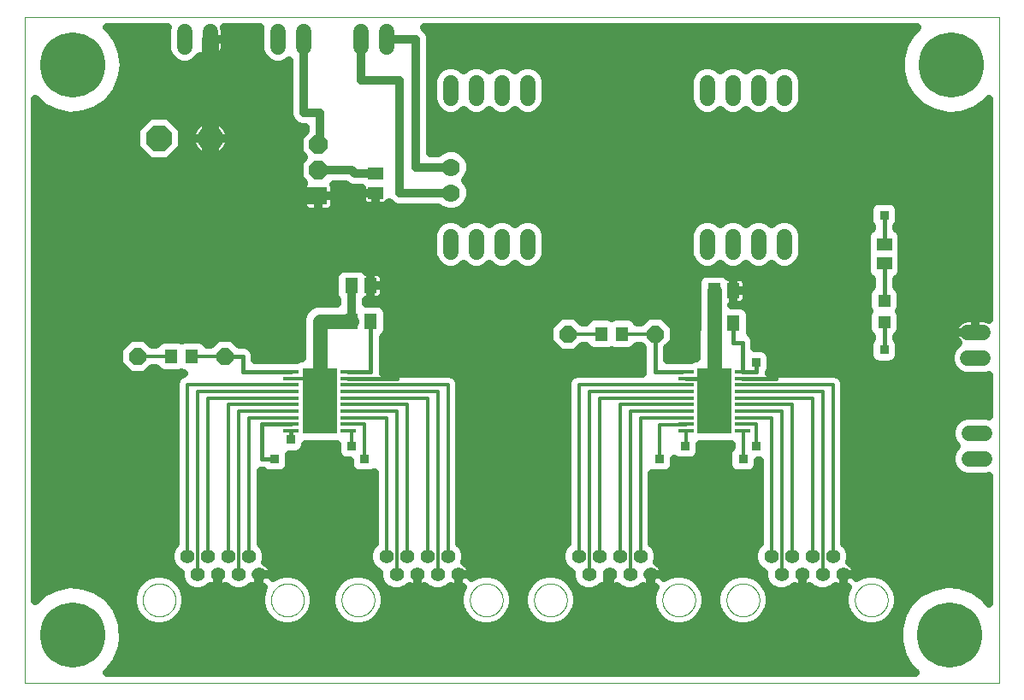
<source format=gtl>
G75*
%MOIN*%
%OFA0B0*%
%FSLAX25Y25*%
%IPPOS*%
%LPD*%
%AMOC8*
5,1,8,0,0,1.08239X$1,22.5*
%
%ADD10C,0.00000*%
%ADD11R,0.05118X0.05906*%
%ADD12C,0.10000*%
%ADD13OC8,0.10000*%
%ADD14R,0.06102X0.01181*%
%ADD15R,0.13386X0.25591*%
%ADD16R,0.04724X0.04724*%
%ADD17C,0.01200*%
%ADD18OC8,0.06600*%
%ADD19R,0.04724X0.05512*%
%ADD20R,0.05906X0.05118*%
%ADD21C,0.25400*%
%ADD22C,0.05937*%
%ADD23C,0.07000*%
%ADD24R,0.07087X0.07087*%
%ADD25OC8,0.07087*%
%ADD26C,0.05600*%
%ADD27C,0.02600*%
%ADD28C,0.01600*%
%ADD29C,0.03200*%
%ADD30C,0.05600*%
%ADD31R,0.03562X0.03562*%
%ADD32C,0.06600*%
%ADD33C,0.02400*%
D10*
X0002600Y0002600D02*
X0002600Y0262561D01*
X0382551Y0262561D01*
X0382551Y0002600D01*
X0002600Y0002600D01*
X0048700Y0035100D02*
X0048702Y0035260D01*
X0048708Y0035419D01*
X0048718Y0035578D01*
X0048732Y0035737D01*
X0048750Y0035896D01*
X0048771Y0036054D01*
X0048797Y0036211D01*
X0048827Y0036368D01*
X0048860Y0036524D01*
X0048898Y0036679D01*
X0048939Y0036833D01*
X0048984Y0036986D01*
X0049033Y0037138D01*
X0049086Y0037289D01*
X0049142Y0037438D01*
X0049203Y0037586D01*
X0049266Y0037732D01*
X0049334Y0037877D01*
X0049405Y0038020D01*
X0049479Y0038161D01*
X0049557Y0038300D01*
X0049639Y0038437D01*
X0049724Y0038572D01*
X0049812Y0038705D01*
X0049904Y0038836D01*
X0049998Y0038964D01*
X0050096Y0039090D01*
X0050197Y0039214D01*
X0050301Y0039335D01*
X0050408Y0039453D01*
X0050518Y0039569D01*
X0050631Y0039682D01*
X0050747Y0039792D01*
X0050865Y0039899D01*
X0050986Y0040003D01*
X0051110Y0040104D01*
X0051236Y0040202D01*
X0051364Y0040296D01*
X0051495Y0040388D01*
X0051628Y0040476D01*
X0051763Y0040561D01*
X0051900Y0040643D01*
X0052039Y0040721D01*
X0052180Y0040795D01*
X0052323Y0040866D01*
X0052468Y0040934D01*
X0052614Y0040997D01*
X0052762Y0041058D01*
X0052911Y0041114D01*
X0053062Y0041167D01*
X0053214Y0041216D01*
X0053367Y0041261D01*
X0053521Y0041302D01*
X0053676Y0041340D01*
X0053832Y0041373D01*
X0053989Y0041403D01*
X0054146Y0041429D01*
X0054304Y0041450D01*
X0054463Y0041468D01*
X0054622Y0041482D01*
X0054781Y0041492D01*
X0054940Y0041498D01*
X0055100Y0041500D01*
X0055260Y0041498D01*
X0055419Y0041492D01*
X0055578Y0041482D01*
X0055737Y0041468D01*
X0055896Y0041450D01*
X0056054Y0041429D01*
X0056211Y0041403D01*
X0056368Y0041373D01*
X0056524Y0041340D01*
X0056679Y0041302D01*
X0056833Y0041261D01*
X0056986Y0041216D01*
X0057138Y0041167D01*
X0057289Y0041114D01*
X0057438Y0041058D01*
X0057586Y0040997D01*
X0057732Y0040934D01*
X0057877Y0040866D01*
X0058020Y0040795D01*
X0058161Y0040721D01*
X0058300Y0040643D01*
X0058437Y0040561D01*
X0058572Y0040476D01*
X0058705Y0040388D01*
X0058836Y0040296D01*
X0058964Y0040202D01*
X0059090Y0040104D01*
X0059214Y0040003D01*
X0059335Y0039899D01*
X0059453Y0039792D01*
X0059569Y0039682D01*
X0059682Y0039569D01*
X0059792Y0039453D01*
X0059899Y0039335D01*
X0060003Y0039214D01*
X0060104Y0039090D01*
X0060202Y0038964D01*
X0060296Y0038836D01*
X0060388Y0038705D01*
X0060476Y0038572D01*
X0060561Y0038437D01*
X0060643Y0038300D01*
X0060721Y0038161D01*
X0060795Y0038020D01*
X0060866Y0037877D01*
X0060934Y0037732D01*
X0060997Y0037586D01*
X0061058Y0037438D01*
X0061114Y0037289D01*
X0061167Y0037138D01*
X0061216Y0036986D01*
X0061261Y0036833D01*
X0061302Y0036679D01*
X0061340Y0036524D01*
X0061373Y0036368D01*
X0061403Y0036211D01*
X0061429Y0036054D01*
X0061450Y0035896D01*
X0061468Y0035737D01*
X0061482Y0035578D01*
X0061492Y0035419D01*
X0061498Y0035260D01*
X0061500Y0035100D01*
X0061498Y0034940D01*
X0061492Y0034781D01*
X0061482Y0034622D01*
X0061468Y0034463D01*
X0061450Y0034304D01*
X0061429Y0034146D01*
X0061403Y0033989D01*
X0061373Y0033832D01*
X0061340Y0033676D01*
X0061302Y0033521D01*
X0061261Y0033367D01*
X0061216Y0033214D01*
X0061167Y0033062D01*
X0061114Y0032911D01*
X0061058Y0032762D01*
X0060997Y0032614D01*
X0060934Y0032468D01*
X0060866Y0032323D01*
X0060795Y0032180D01*
X0060721Y0032039D01*
X0060643Y0031900D01*
X0060561Y0031763D01*
X0060476Y0031628D01*
X0060388Y0031495D01*
X0060296Y0031364D01*
X0060202Y0031236D01*
X0060104Y0031110D01*
X0060003Y0030986D01*
X0059899Y0030865D01*
X0059792Y0030747D01*
X0059682Y0030631D01*
X0059569Y0030518D01*
X0059453Y0030408D01*
X0059335Y0030301D01*
X0059214Y0030197D01*
X0059090Y0030096D01*
X0058964Y0029998D01*
X0058836Y0029904D01*
X0058705Y0029812D01*
X0058572Y0029724D01*
X0058437Y0029639D01*
X0058300Y0029557D01*
X0058161Y0029479D01*
X0058020Y0029405D01*
X0057877Y0029334D01*
X0057732Y0029266D01*
X0057586Y0029203D01*
X0057438Y0029142D01*
X0057289Y0029086D01*
X0057138Y0029033D01*
X0056986Y0028984D01*
X0056833Y0028939D01*
X0056679Y0028898D01*
X0056524Y0028860D01*
X0056368Y0028827D01*
X0056211Y0028797D01*
X0056054Y0028771D01*
X0055896Y0028750D01*
X0055737Y0028732D01*
X0055578Y0028718D01*
X0055419Y0028708D01*
X0055260Y0028702D01*
X0055100Y0028700D01*
X0054940Y0028702D01*
X0054781Y0028708D01*
X0054622Y0028718D01*
X0054463Y0028732D01*
X0054304Y0028750D01*
X0054146Y0028771D01*
X0053989Y0028797D01*
X0053832Y0028827D01*
X0053676Y0028860D01*
X0053521Y0028898D01*
X0053367Y0028939D01*
X0053214Y0028984D01*
X0053062Y0029033D01*
X0052911Y0029086D01*
X0052762Y0029142D01*
X0052614Y0029203D01*
X0052468Y0029266D01*
X0052323Y0029334D01*
X0052180Y0029405D01*
X0052039Y0029479D01*
X0051900Y0029557D01*
X0051763Y0029639D01*
X0051628Y0029724D01*
X0051495Y0029812D01*
X0051364Y0029904D01*
X0051236Y0029998D01*
X0051110Y0030096D01*
X0050986Y0030197D01*
X0050865Y0030301D01*
X0050747Y0030408D01*
X0050631Y0030518D01*
X0050518Y0030631D01*
X0050408Y0030747D01*
X0050301Y0030865D01*
X0050197Y0030986D01*
X0050096Y0031110D01*
X0049998Y0031236D01*
X0049904Y0031364D01*
X0049812Y0031495D01*
X0049724Y0031628D01*
X0049639Y0031763D01*
X0049557Y0031900D01*
X0049479Y0032039D01*
X0049405Y0032180D01*
X0049334Y0032323D01*
X0049266Y0032468D01*
X0049203Y0032614D01*
X0049142Y0032762D01*
X0049086Y0032911D01*
X0049033Y0033062D01*
X0048984Y0033214D01*
X0048939Y0033367D01*
X0048898Y0033521D01*
X0048860Y0033676D01*
X0048827Y0033832D01*
X0048797Y0033989D01*
X0048771Y0034146D01*
X0048750Y0034304D01*
X0048732Y0034463D01*
X0048718Y0034622D01*
X0048708Y0034781D01*
X0048702Y0034940D01*
X0048700Y0035100D01*
X0098700Y0035100D02*
X0098702Y0035260D01*
X0098708Y0035419D01*
X0098718Y0035578D01*
X0098732Y0035737D01*
X0098750Y0035896D01*
X0098771Y0036054D01*
X0098797Y0036211D01*
X0098827Y0036368D01*
X0098860Y0036524D01*
X0098898Y0036679D01*
X0098939Y0036833D01*
X0098984Y0036986D01*
X0099033Y0037138D01*
X0099086Y0037289D01*
X0099142Y0037438D01*
X0099203Y0037586D01*
X0099266Y0037732D01*
X0099334Y0037877D01*
X0099405Y0038020D01*
X0099479Y0038161D01*
X0099557Y0038300D01*
X0099639Y0038437D01*
X0099724Y0038572D01*
X0099812Y0038705D01*
X0099904Y0038836D01*
X0099998Y0038964D01*
X0100096Y0039090D01*
X0100197Y0039214D01*
X0100301Y0039335D01*
X0100408Y0039453D01*
X0100518Y0039569D01*
X0100631Y0039682D01*
X0100747Y0039792D01*
X0100865Y0039899D01*
X0100986Y0040003D01*
X0101110Y0040104D01*
X0101236Y0040202D01*
X0101364Y0040296D01*
X0101495Y0040388D01*
X0101628Y0040476D01*
X0101763Y0040561D01*
X0101900Y0040643D01*
X0102039Y0040721D01*
X0102180Y0040795D01*
X0102323Y0040866D01*
X0102468Y0040934D01*
X0102614Y0040997D01*
X0102762Y0041058D01*
X0102911Y0041114D01*
X0103062Y0041167D01*
X0103214Y0041216D01*
X0103367Y0041261D01*
X0103521Y0041302D01*
X0103676Y0041340D01*
X0103832Y0041373D01*
X0103989Y0041403D01*
X0104146Y0041429D01*
X0104304Y0041450D01*
X0104463Y0041468D01*
X0104622Y0041482D01*
X0104781Y0041492D01*
X0104940Y0041498D01*
X0105100Y0041500D01*
X0105260Y0041498D01*
X0105419Y0041492D01*
X0105578Y0041482D01*
X0105737Y0041468D01*
X0105896Y0041450D01*
X0106054Y0041429D01*
X0106211Y0041403D01*
X0106368Y0041373D01*
X0106524Y0041340D01*
X0106679Y0041302D01*
X0106833Y0041261D01*
X0106986Y0041216D01*
X0107138Y0041167D01*
X0107289Y0041114D01*
X0107438Y0041058D01*
X0107586Y0040997D01*
X0107732Y0040934D01*
X0107877Y0040866D01*
X0108020Y0040795D01*
X0108161Y0040721D01*
X0108300Y0040643D01*
X0108437Y0040561D01*
X0108572Y0040476D01*
X0108705Y0040388D01*
X0108836Y0040296D01*
X0108964Y0040202D01*
X0109090Y0040104D01*
X0109214Y0040003D01*
X0109335Y0039899D01*
X0109453Y0039792D01*
X0109569Y0039682D01*
X0109682Y0039569D01*
X0109792Y0039453D01*
X0109899Y0039335D01*
X0110003Y0039214D01*
X0110104Y0039090D01*
X0110202Y0038964D01*
X0110296Y0038836D01*
X0110388Y0038705D01*
X0110476Y0038572D01*
X0110561Y0038437D01*
X0110643Y0038300D01*
X0110721Y0038161D01*
X0110795Y0038020D01*
X0110866Y0037877D01*
X0110934Y0037732D01*
X0110997Y0037586D01*
X0111058Y0037438D01*
X0111114Y0037289D01*
X0111167Y0037138D01*
X0111216Y0036986D01*
X0111261Y0036833D01*
X0111302Y0036679D01*
X0111340Y0036524D01*
X0111373Y0036368D01*
X0111403Y0036211D01*
X0111429Y0036054D01*
X0111450Y0035896D01*
X0111468Y0035737D01*
X0111482Y0035578D01*
X0111492Y0035419D01*
X0111498Y0035260D01*
X0111500Y0035100D01*
X0111498Y0034940D01*
X0111492Y0034781D01*
X0111482Y0034622D01*
X0111468Y0034463D01*
X0111450Y0034304D01*
X0111429Y0034146D01*
X0111403Y0033989D01*
X0111373Y0033832D01*
X0111340Y0033676D01*
X0111302Y0033521D01*
X0111261Y0033367D01*
X0111216Y0033214D01*
X0111167Y0033062D01*
X0111114Y0032911D01*
X0111058Y0032762D01*
X0110997Y0032614D01*
X0110934Y0032468D01*
X0110866Y0032323D01*
X0110795Y0032180D01*
X0110721Y0032039D01*
X0110643Y0031900D01*
X0110561Y0031763D01*
X0110476Y0031628D01*
X0110388Y0031495D01*
X0110296Y0031364D01*
X0110202Y0031236D01*
X0110104Y0031110D01*
X0110003Y0030986D01*
X0109899Y0030865D01*
X0109792Y0030747D01*
X0109682Y0030631D01*
X0109569Y0030518D01*
X0109453Y0030408D01*
X0109335Y0030301D01*
X0109214Y0030197D01*
X0109090Y0030096D01*
X0108964Y0029998D01*
X0108836Y0029904D01*
X0108705Y0029812D01*
X0108572Y0029724D01*
X0108437Y0029639D01*
X0108300Y0029557D01*
X0108161Y0029479D01*
X0108020Y0029405D01*
X0107877Y0029334D01*
X0107732Y0029266D01*
X0107586Y0029203D01*
X0107438Y0029142D01*
X0107289Y0029086D01*
X0107138Y0029033D01*
X0106986Y0028984D01*
X0106833Y0028939D01*
X0106679Y0028898D01*
X0106524Y0028860D01*
X0106368Y0028827D01*
X0106211Y0028797D01*
X0106054Y0028771D01*
X0105896Y0028750D01*
X0105737Y0028732D01*
X0105578Y0028718D01*
X0105419Y0028708D01*
X0105260Y0028702D01*
X0105100Y0028700D01*
X0104940Y0028702D01*
X0104781Y0028708D01*
X0104622Y0028718D01*
X0104463Y0028732D01*
X0104304Y0028750D01*
X0104146Y0028771D01*
X0103989Y0028797D01*
X0103832Y0028827D01*
X0103676Y0028860D01*
X0103521Y0028898D01*
X0103367Y0028939D01*
X0103214Y0028984D01*
X0103062Y0029033D01*
X0102911Y0029086D01*
X0102762Y0029142D01*
X0102614Y0029203D01*
X0102468Y0029266D01*
X0102323Y0029334D01*
X0102180Y0029405D01*
X0102039Y0029479D01*
X0101900Y0029557D01*
X0101763Y0029639D01*
X0101628Y0029724D01*
X0101495Y0029812D01*
X0101364Y0029904D01*
X0101236Y0029998D01*
X0101110Y0030096D01*
X0100986Y0030197D01*
X0100865Y0030301D01*
X0100747Y0030408D01*
X0100631Y0030518D01*
X0100518Y0030631D01*
X0100408Y0030747D01*
X0100301Y0030865D01*
X0100197Y0030986D01*
X0100096Y0031110D01*
X0099998Y0031236D01*
X0099904Y0031364D01*
X0099812Y0031495D01*
X0099724Y0031628D01*
X0099639Y0031763D01*
X0099557Y0031900D01*
X0099479Y0032039D01*
X0099405Y0032180D01*
X0099334Y0032323D01*
X0099266Y0032468D01*
X0099203Y0032614D01*
X0099142Y0032762D01*
X0099086Y0032911D01*
X0099033Y0033062D01*
X0098984Y0033214D01*
X0098939Y0033367D01*
X0098898Y0033521D01*
X0098860Y0033676D01*
X0098827Y0033832D01*
X0098797Y0033989D01*
X0098771Y0034146D01*
X0098750Y0034304D01*
X0098732Y0034463D01*
X0098718Y0034622D01*
X0098708Y0034781D01*
X0098702Y0034940D01*
X0098700Y0035100D01*
X0126200Y0035100D02*
X0126202Y0035260D01*
X0126208Y0035419D01*
X0126218Y0035578D01*
X0126232Y0035737D01*
X0126250Y0035896D01*
X0126271Y0036054D01*
X0126297Y0036211D01*
X0126327Y0036368D01*
X0126360Y0036524D01*
X0126398Y0036679D01*
X0126439Y0036833D01*
X0126484Y0036986D01*
X0126533Y0037138D01*
X0126586Y0037289D01*
X0126642Y0037438D01*
X0126703Y0037586D01*
X0126766Y0037732D01*
X0126834Y0037877D01*
X0126905Y0038020D01*
X0126979Y0038161D01*
X0127057Y0038300D01*
X0127139Y0038437D01*
X0127224Y0038572D01*
X0127312Y0038705D01*
X0127404Y0038836D01*
X0127498Y0038964D01*
X0127596Y0039090D01*
X0127697Y0039214D01*
X0127801Y0039335D01*
X0127908Y0039453D01*
X0128018Y0039569D01*
X0128131Y0039682D01*
X0128247Y0039792D01*
X0128365Y0039899D01*
X0128486Y0040003D01*
X0128610Y0040104D01*
X0128736Y0040202D01*
X0128864Y0040296D01*
X0128995Y0040388D01*
X0129128Y0040476D01*
X0129263Y0040561D01*
X0129400Y0040643D01*
X0129539Y0040721D01*
X0129680Y0040795D01*
X0129823Y0040866D01*
X0129968Y0040934D01*
X0130114Y0040997D01*
X0130262Y0041058D01*
X0130411Y0041114D01*
X0130562Y0041167D01*
X0130714Y0041216D01*
X0130867Y0041261D01*
X0131021Y0041302D01*
X0131176Y0041340D01*
X0131332Y0041373D01*
X0131489Y0041403D01*
X0131646Y0041429D01*
X0131804Y0041450D01*
X0131963Y0041468D01*
X0132122Y0041482D01*
X0132281Y0041492D01*
X0132440Y0041498D01*
X0132600Y0041500D01*
X0132760Y0041498D01*
X0132919Y0041492D01*
X0133078Y0041482D01*
X0133237Y0041468D01*
X0133396Y0041450D01*
X0133554Y0041429D01*
X0133711Y0041403D01*
X0133868Y0041373D01*
X0134024Y0041340D01*
X0134179Y0041302D01*
X0134333Y0041261D01*
X0134486Y0041216D01*
X0134638Y0041167D01*
X0134789Y0041114D01*
X0134938Y0041058D01*
X0135086Y0040997D01*
X0135232Y0040934D01*
X0135377Y0040866D01*
X0135520Y0040795D01*
X0135661Y0040721D01*
X0135800Y0040643D01*
X0135937Y0040561D01*
X0136072Y0040476D01*
X0136205Y0040388D01*
X0136336Y0040296D01*
X0136464Y0040202D01*
X0136590Y0040104D01*
X0136714Y0040003D01*
X0136835Y0039899D01*
X0136953Y0039792D01*
X0137069Y0039682D01*
X0137182Y0039569D01*
X0137292Y0039453D01*
X0137399Y0039335D01*
X0137503Y0039214D01*
X0137604Y0039090D01*
X0137702Y0038964D01*
X0137796Y0038836D01*
X0137888Y0038705D01*
X0137976Y0038572D01*
X0138061Y0038437D01*
X0138143Y0038300D01*
X0138221Y0038161D01*
X0138295Y0038020D01*
X0138366Y0037877D01*
X0138434Y0037732D01*
X0138497Y0037586D01*
X0138558Y0037438D01*
X0138614Y0037289D01*
X0138667Y0037138D01*
X0138716Y0036986D01*
X0138761Y0036833D01*
X0138802Y0036679D01*
X0138840Y0036524D01*
X0138873Y0036368D01*
X0138903Y0036211D01*
X0138929Y0036054D01*
X0138950Y0035896D01*
X0138968Y0035737D01*
X0138982Y0035578D01*
X0138992Y0035419D01*
X0138998Y0035260D01*
X0139000Y0035100D01*
X0138998Y0034940D01*
X0138992Y0034781D01*
X0138982Y0034622D01*
X0138968Y0034463D01*
X0138950Y0034304D01*
X0138929Y0034146D01*
X0138903Y0033989D01*
X0138873Y0033832D01*
X0138840Y0033676D01*
X0138802Y0033521D01*
X0138761Y0033367D01*
X0138716Y0033214D01*
X0138667Y0033062D01*
X0138614Y0032911D01*
X0138558Y0032762D01*
X0138497Y0032614D01*
X0138434Y0032468D01*
X0138366Y0032323D01*
X0138295Y0032180D01*
X0138221Y0032039D01*
X0138143Y0031900D01*
X0138061Y0031763D01*
X0137976Y0031628D01*
X0137888Y0031495D01*
X0137796Y0031364D01*
X0137702Y0031236D01*
X0137604Y0031110D01*
X0137503Y0030986D01*
X0137399Y0030865D01*
X0137292Y0030747D01*
X0137182Y0030631D01*
X0137069Y0030518D01*
X0136953Y0030408D01*
X0136835Y0030301D01*
X0136714Y0030197D01*
X0136590Y0030096D01*
X0136464Y0029998D01*
X0136336Y0029904D01*
X0136205Y0029812D01*
X0136072Y0029724D01*
X0135937Y0029639D01*
X0135800Y0029557D01*
X0135661Y0029479D01*
X0135520Y0029405D01*
X0135377Y0029334D01*
X0135232Y0029266D01*
X0135086Y0029203D01*
X0134938Y0029142D01*
X0134789Y0029086D01*
X0134638Y0029033D01*
X0134486Y0028984D01*
X0134333Y0028939D01*
X0134179Y0028898D01*
X0134024Y0028860D01*
X0133868Y0028827D01*
X0133711Y0028797D01*
X0133554Y0028771D01*
X0133396Y0028750D01*
X0133237Y0028732D01*
X0133078Y0028718D01*
X0132919Y0028708D01*
X0132760Y0028702D01*
X0132600Y0028700D01*
X0132440Y0028702D01*
X0132281Y0028708D01*
X0132122Y0028718D01*
X0131963Y0028732D01*
X0131804Y0028750D01*
X0131646Y0028771D01*
X0131489Y0028797D01*
X0131332Y0028827D01*
X0131176Y0028860D01*
X0131021Y0028898D01*
X0130867Y0028939D01*
X0130714Y0028984D01*
X0130562Y0029033D01*
X0130411Y0029086D01*
X0130262Y0029142D01*
X0130114Y0029203D01*
X0129968Y0029266D01*
X0129823Y0029334D01*
X0129680Y0029405D01*
X0129539Y0029479D01*
X0129400Y0029557D01*
X0129263Y0029639D01*
X0129128Y0029724D01*
X0128995Y0029812D01*
X0128864Y0029904D01*
X0128736Y0029998D01*
X0128610Y0030096D01*
X0128486Y0030197D01*
X0128365Y0030301D01*
X0128247Y0030408D01*
X0128131Y0030518D01*
X0128018Y0030631D01*
X0127908Y0030747D01*
X0127801Y0030865D01*
X0127697Y0030986D01*
X0127596Y0031110D01*
X0127498Y0031236D01*
X0127404Y0031364D01*
X0127312Y0031495D01*
X0127224Y0031628D01*
X0127139Y0031763D01*
X0127057Y0031900D01*
X0126979Y0032039D01*
X0126905Y0032180D01*
X0126834Y0032323D01*
X0126766Y0032468D01*
X0126703Y0032614D01*
X0126642Y0032762D01*
X0126586Y0032911D01*
X0126533Y0033062D01*
X0126484Y0033214D01*
X0126439Y0033367D01*
X0126398Y0033521D01*
X0126360Y0033676D01*
X0126327Y0033832D01*
X0126297Y0033989D01*
X0126271Y0034146D01*
X0126250Y0034304D01*
X0126232Y0034463D01*
X0126218Y0034622D01*
X0126208Y0034781D01*
X0126202Y0034940D01*
X0126200Y0035100D01*
X0176200Y0035100D02*
X0176202Y0035260D01*
X0176208Y0035419D01*
X0176218Y0035578D01*
X0176232Y0035737D01*
X0176250Y0035896D01*
X0176271Y0036054D01*
X0176297Y0036211D01*
X0176327Y0036368D01*
X0176360Y0036524D01*
X0176398Y0036679D01*
X0176439Y0036833D01*
X0176484Y0036986D01*
X0176533Y0037138D01*
X0176586Y0037289D01*
X0176642Y0037438D01*
X0176703Y0037586D01*
X0176766Y0037732D01*
X0176834Y0037877D01*
X0176905Y0038020D01*
X0176979Y0038161D01*
X0177057Y0038300D01*
X0177139Y0038437D01*
X0177224Y0038572D01*
X0177312Y0038705D01*
X0177404Y0038836D01*
X0177498Y0038964D01*
X0177596Y0039090D01*
X0177697Y0039214D01*
X0177801Y0039335D01*
X0177908Y0039453D01*
X0178018Y0039569D01*
X0178131Y0039682D01*
X0178247Y0039792D01*
X0178365Y0039899D01*
X0178486Y0040003D01*
X0178610Y0040104D01*
X0178736Y0040202D01*
X0178864Y0040296D01*
X0178995Y0040388D01*
X0179128Y0040476D01*
X0179263Y0040561D01*
X0179400Y0040643D01*
X0179539Y0040721D01*
X0179680Y0040795D01*
X0179823Y0040866D01*
X0179968Y0040934D01*
X0180114Y0040997D01*
X0180262Y0041058D01*
X0180411Y0041114D01*
X0180562Y0041167D01*
X0180714Y0041216D01*
X0180867Y0041261D01*
X0181021Y0041302D01*
X0181176Y0041340D01*
X0181332Y0041373D01*
X0181489Y0041403D01*
X0181646Y0041429D01*
X0181804Y0041450D01*
X0181963Y0041468D01*
X0182122Y0041482D01*
X0182281Y0041492D01*
X0182440Y0041498D01*
X0182600Y0041500D01*
X0182760Y0041498D01*
X0182919Y0041492D01*
X0183078Y0041482D01*
X0183237Y0041468D01*
X0183396Y0041450D01*
X0183554Y0041429D01*
X0183711Y0041403D01*
X0183868Y0041373D01*
X0184024Y0041340D01*
X0184179Y0041302D01*
X0184333Y0041261D01*
X0184486Y0041216D01*
X0184638Y0041167D01*
X0184789Y0041114D01*
X0184938Y0041058D01*
X0185086Y0040997D01*
X0185232Y0040934D01*
X0185377Y0040866D01*
X0185520Y0040795D01*
X0185661Y0040721D01*
X0185800Y0040643D01*
X0185937Y0040561D01*
X0186072Y0040476D01*
X0186205Y0040388D01*
X0186336Y0040296D01*
X0186464Y0040202D01*
X0186590Y0040104D01*
X0186714Y0040003D01*
X0186835Y0039899D01*
X0186953Y0039792D01*
X0187069Y0039682D01*
X0187182Y0039569D01*
X0187292Y0039453D01*
X0187399Y0039335D01*
X0187503Y0039214D01*
X0187604Y0039090D01*
X0187702Y0038964D01*
X0187796Y0038836D01*
X0187888Y0038705D01*
X0187976Y0038572D01*
X0188061Y0038437D01*
X0188143Y0038300D01*
X0188221Y0038161D01*
X0188295Y0038020D01*
X0188366Y0037877D01*
X0188434Y0037732D01*
X0188497Y0037586D01*
X0188558Y0037438D01*
X0188614Y0037289D01*
X0188667Y0037138D01*
X0188716Y0036986D01*
X0188761Y0036833D01*
X0188802Y0036679D01*
X0188840Y0036524D01*
X0188873Y0036368D01*
X0188903Y0036211D01*
X0188929Y0036054D01*
X0188950Y0035896D01*
X0188968Y0035737D01*
X0188982Y0035578D01*
X0188992Y0035419D01*
X0188998Y0035260D01*
X0189000Y0035100D01*
X0188998Y0034940D01*
X0188992Y0034781D01*
X0188982Y0034622D01*
X0188968Y0034463D01*
X0188950Y0034304D01*
X0188929Y0034146D01*
X0188903Y0033989D01*
X0188873Y0033832D01*
X0188840Y0033676D01*
X0188802Y0033521D01*
X0188761Y0033367D01*
X0188716Y0033214D01*
X0188667Y0033062D01*
X0188614Y0032911D01*
X0188558Y0032762D01*
X0188497Y0032614D01*
X0188434Y0032468D01*
X0188366Y0032323D01*
X0188295Y0032180D01*
X0188221Y0032039D01*
X0188143Y0031900D01*
X0188061Y0031763D01*
X0187976Y0031628D01*
X0187888Y0031495D01*
X0187796Y0031364D01*
X0187702Y0031236D01*
X0187604Y0031110D01*
X0187503Y0030986D01*
X0187399Y0030865D01*
X0187292Y0030747D01*
X0187182Y0030631D01*
X0187069Y0030518D01*
X0186953Y0030408D01*
X0186835Y0030301D01*
X0186714Y0030197D01*
X0186590Y0030096D01*
X0186464Y0029998D01*
X0186336Y0029904D01*
X0186205Y0029812D01*
X0186072Y0029724D01*
X0185937Y0029639D01*
X0185800Y0029557D01*
X0185661Y0029479D01*
X0185520Y0029405D01*
X0185377Y0029334D01*
X0185232Y0029266D01*
X0185086Y0029203D01*
X0184938Y0029142D01*
X0184789Y0029086D01*
X0184638Y0029033D01*
X0184486Y0028984D01*
X0184333Y0028939D01*
X0184179Y0028898D01*
X0184024Y0028860D01*
X0183868Y0028827D01*
X0183711Y0028797D01*
X0183554Y0028771D01*
X0183396Y0028750D01*
X0183237Y0028732D01*
X0183078Y0028718D01*
X0182919Y0028708D01*
X0182760Y0028702D01*
X0182600Y0028700D01*
X0182440Y0028702D01*
X0182281Y0028708D01*
X0182122Y0028718D01*
X0181963Y0028732D01*
X0181804Y0028750D01*
X0181646Y0028771D01*
X0181489Y0028797D01*
X0181332Y0028827D01*
X0181176Y0028860D01*
X0181021Y0028898D01*
X0180867Y0028939D01*
X0180714Y0028984D01*
X0180562Y0029033D01*
X0180411Y0029086D01*
X0180262Y0029142D01*
X0180114Y0029203D01*
X0179968Y0029266D01*
X0179823Y0029334D01*
X0179680Y0029405D01*
X0179539Y0029479D01*
X0179400Y0029557D01*
X0179263Y0029639D01*
X0179128Y0029724D01*
X0178995Y0029812D01*
X0178864Y0029904D01*
X0178736Y0029998D01*
X0178610Y0030096D01*
X0178486Y0030197D01*
X0178365Y0030301D01*
X0178247Y0030408D01*
X0178131Y0030518D01*
X0178018Y0030631D01*
X0177908Y0030747D01*
X0177801Y0030865D01*
X0177697Y0030986D01*
X0177596Y0031110D01*
X0177498Y0031236D01*
X0177404Y0031364D01*
X0177312Y0031495D01*
X0177224Y0031628D01*
X0177139Y0031763D01*
X0177057Y0031900D01*
X0176979Y0032039D01*
X0176905Y0032180D01*
X0176834Y0032323D01*
X0176766Y0032468D01*
X0176703Y0032614D01*
X0176642Y0032762D01*
X0176586Y0032911D01*
X0176533Y0033062D01*
X0176484Y0033214D01*
X0176439Y0033367D01*
X0176398Y0033521D01*
X0176360Y0033676D01*
X0176327Y0033832D01*
X0176297Y0033989D01*
X0176271Y0034146D01*
X0176250Y0034304D01*
X0176232Y0034463D01*
X0176218Y0034622D01*
X0176208Y0034781D01*
X0176202Y0034940D01*
X0176200Y0035100D01*
X0201200Y0035100D02*
X0201202Y0035260D01*
X0201208Y0035419D01*
X0201218Y0035578D01*
X0201232Y0035737D01*
X0201250Y0035896D01*
X0201271Y0036054D01*
X0201297Y0036211D01*
X0201327Y0036368D01*
X0201360Y0036524D01*
X0201398Y0036679D01*
X0201439Y0036833D01*
X0201484Y0036986D01*
X0201533Y0037138D01*
X0201586Y0037289D01*
X0201642Y0037438D01*
X0201703Y0037586D01*
X0201766Y0037732D01*
X0201834Y0037877D01*
X0201905Y0038020D01*
X0201979Y0038161D01*
X0202057Y0038300D01*
X0202139Y0038437D01*
X0202224Y0038572D01*
X0202312Y0038705D01*
X0202404Y0038836D01*
X0202498Y0038964D01*
X0202596Y0039090D01*
X0202697Y0039214D01*
X0202801Y0039335D01*
X0202908Y0039453D01*
X0203018Y0039569D01*
X0203131Y0039682D01*
X0203247Y0039792D01*
X0203365Y0039899D01*
X0203486Y0040003D01*
X0203610Y0040104D01*
X0203736Y0040202D01*
X0203864Y0040296D01*
X0203995Y0040388D01*
X0204128Y0040476D01*
X0204263Y0040561D01*
X0204400Y0040643D01*
X0204539Y0040721D01*
X0204680Y0040795D01*
X0204823Y0040866D01*
X0204968Y0040934D01*
X0205114Y0040997D01*
X0205262Y0041058D01*
X0205411Y0041114D01*
X0205562Y0041167D01*
X0205714Y0041216D01*
X0205867Y0041261D01*
X0206021Y0041302D01*
X0206176Y0041340D01*
X0206332Y0041373D01*
X0206489Y0041403D01*
X0206646Y0041429D01*
X0206804Y0041450D01*
X0206963Y0041468D01*
X0207122Y0041482D01*
X0207281Y0041492D01*
X0207440Y0041498D01*
X0207600Y0041500D01*
X0207760Y0041498D01*
X0207919Y0041492D01*
X0208078Y0041482D01*
X0208237Y0041468D01*
X0208396Y0041450D01*
X0208554Y0041429D01*
X0208711Y0041403D01*
X0208868Y0041373D01*
X0209024Y0041340D01*
X0209179Y0041302D01*
X0209333Y0041261D01*
X0209486Y0041216D01*
X0209638Y0041167D01*
X0209789Y0041114D01*
X0209938Y0041058D01*
X0210086Y0040997D01*
X0210232Y0040934D01*
X0210377Y0040866D01*
X0210520Y0040795D01*
X0210661Y0040721D01*
X0210800Y0040643D01*
X0210937Y0040561D01*
X0211072Y0040476D01*
X0211205Y0040388D01*
X0211336Y0040296D01*
X0211464Y0040202D01*
X0211590Y0040104D01*
X0211714Y0040003D01*
X0211835Y0039899D01*
X0211953Y0039792D01*
X0212069Y0039682D01*
X0212182Y0039569D01*
X0212292Y0039453D01*
X0212399Y0039335D01*
X0212503Y0039214D01*
X0212604Y0039090D01*
X0212702Y0038964D01*
X0212796Y0038836D01*
X0212888Y0038705D01*
X0212976Y0038572D01*
X0213061Y0038437D01*
X0213143Y0038300D01*
X0213221Y0038161D01*
X0213295Y0038020D01*
X0213366Y0037877D01*
X0213434Y0037732D01*
X0213497Y0037586D01*
X0213558Y0037438D01*
X0213614Y0037289D01*
X0213667Y0037138D01*
X0213716Y0036986D01*
X0213761Y0036833D01*
X0213802Y0036679D01*
X0213840Y0036524D01*
X0213873Y0036368D01*
X0213903Y0036211D01*
X0213929Y0036054D01*
X0213950Y0035896D01*
X0213968Y0035737D01*
X0213982Y0035578D01*
X0213992Y0035419D01*
X0213998Y0035260D01*
X0214000Y0035100D01*
X0213998Y0034940D01*
X0213992Y0034781D01*
X0213982Y0034622D01*
X0213968Y0034463D01*
X0213950Y0034304D01*
X0213929Y0034146D01*
X0213903Y0033989D01*
X0213873Y0033832D01*
X0213840Y0033676D01*
X0213802Y0033521D01*
X0213761Y0033367D01*
X0213716Y0033214D01*
X0213667Y0033062D01*
X0213614Y0032911D01*
X0213558Y0032762D01*
X0213497Y0032614D01*
X0213434Y0032468D01*
X0213366Y0032323D01*
X0213295Y0032180D01*
X0213221Y0032039D01*
X0213143Y0031900D01*
X0213061Y0031763D01*
X0212976Y0031628D01*
X0212888Y0031495D01*
X0212796Y0031364D01*
X0212702Y0031236D01*
X0212604Y0031110D01*
X0212503Y0030986D01*
X0212399Y0030865D01*
X0212292Y0030747D01*
X0212182Y0030631D01*
X0212069Y0030518D01*
X0211953Y0030408D01*
X0211835Y0030301D01*
X0211714Y0030197D01*
X0211590Y0030096D01*
X0211464Y0029998D01*
X0211336Y0029904D01*
X0211205Y0029812D01*
X0211072Y0029724D01*
X0210937Y0029639D01*
X0210800Y0029557D01*
X0210661Y0029479D01*
X0210520Y0029405D01*
X0210377Y0029334D01*
X0210232Y0029266D01*
X0210086Y0029203D01*
X0209938Y0029142D01*
X0209789Y0029086D01*
X0209638Y0029033D01*
X0209486Y0028984D01*
X0209333Y0028939D01*
X0209179Y0028898D01*
X0209024Y0028860D01*
X0208868Y0028827D01*
X0208711Y0028797D01*
X0208554Y0028771D01*
X0208396Y0028750D01*
X0208237Y0028732D01*
X0208078Y0028718D01*
X0207919Y0028708D01*
X0207760Y0028702D01*
X0207600Y0028700D01*
X0207440Y0028702D01*
X0207281Y0028708D01*
X0207122Y0028718D01*
X0206963Y0028732D01*
X0206804Y0028750D01*
X0206646Y0028771D01*
X0206489Y0028797D01*
X0206332Y0028827D01*
X0206176Y0028860D01*
X0206021Y0028898D01*
X0205867Y0028939D01*
X0205714Y0028984D01*
X0205562Y0029033D01*
X0205411Y0029086D01*
X0205262Y0029142D01*
X0205114Y0029203D01*
X0204968Y0029266D01*
X0204823Y0029334D01*
X0204680Y0029405D01*
X0204539Y0029479D01*
X0204400Y0029557D01*
X0204263Y0029639D01*
X0204128Y0029724D01*
X0203995Y0029812D01*
X0203864Y0029904D01*
X0203736Y0029998D01*
X0203610Y0030096D01*
X0203486Y0030197D01*
X0203365Y0030301D01*
X0203247Y0030408D01*
X0203131Y0030518D01*
X0203018Y0030631D01*
X0202908Y0030747D01*
X0202801Y0030865D01*
X0202697Y0030986D01*
X0202596Y0031110D01*
X0202498Y0031236D01*
X0202404Y0031364D01*
X0202312Y0031495D01*
X0202224Y0031628D01*
X0202139Y0031763D01*
X0202057Y0031900D01*
X0201979Y0032039D01*
X0201905Y0032180D01*
X0201834Y0032323D01*
X0201766Y0032468D01*
X0201703Y0032614D01*
X0201642Y0032762D01*
X0201586Y0032911D01*
X0201533Y0033062D01*
X0201484Y0033214D01*
X0201439Y0033367D01*
X0201398Y0033521D01*
X0201360Y0033676D01*
X0201327Y0033832D01*
X0201297Y0033989D01*
X0201271Y0034146D01*
X0201250Y0034304D01*
X0201232Y0034463D01*
X0201218Y0034622D01*
X0201208Y0034781D01*
X0201202Y0034940D01*
X0201200Y0035100D01*
X0251200Y0035100D02*
X0251202Y0035260D01*
X0251208Y0035419D01*
X0251218Y0035578D01*
X0251232Y0035737D01*
X0251250Y0035896D01*
X0251271Y0036054D01*
X0251297Y0036211D01*
X0251327Y0036368D01*
X0251360Y0036524D01*
X0251398Y0036679D01*
X0251439Y0036833D01*
X0251484Y0036986D01*
X0251533Y0037138D01*
X0251586Y0037289D01*
X0251642Y0037438D01*
X0251703Y0037586D01*
X0251766Y0037732D01*
X0251834Y0037877D01*
X0251905Y0038020D01*
X0251979Y0038161D01*
X0252057Y0038300D01*
X0252139Y0038437D01*
X0252224Y0038572D01*
X0252312Y0038705D01*
X0252404Y0038836D01*
X0252498Y0038964D01*
X0252596Y0039090D01*
X0252697Y0039214D01*
X0252801Y0039335D01*
X0252908Y0039453D01*
X0253018Y0039569D01*
X0253131Y0039682D01*
X0253247Y0039792D01*
X0253365Y0039899D01*
X0253486Y0040003D01*
X0253610Y0040104D01*
X0253736Y0040202D01*
X0253864Y0040296D01*
X0253995Y0040388D01*
X0254128Y0040476D01*
X0254263Y0040561D01*
X0254400Y0040643D01*
X0254539Y0040721D01*
X0254680Y0040795D01*
X0254823Y0040866D01*
X0254968Y0040934D01*
X0255114Y0040997D01*
X0255262Y0041058D01*
X0255411Y0041114D01*
X0255562Y0041167D01*
X0255714Y0041216D01*
X0255867Y0041261D01*
X0256021Y0041302D01*
X0256176Y0041340D01*
X0256332Y0041373D01*
X0256489Y0041403D01*
X0256646Y0041429D01*
X0256804Y0041450D01*
X0256963Y0041468D01*
X0257122Y0041482D01*
X0257281Y0041492D01*
X0257440Y0041498D01*
X0257600Y0041500D01*
X0257760Y0041498D01*
X0257919Y0041492D01*
X0258078Y0041482D01*
X0258237Y0041468D01*
X0258396Y0041450D01*
X0258554Y0041429D01*
X0258711Y0041403D01*
X0258868Y0041373D01*
X0259024Y0041340D01*
X0259179Y0041302D01*
X0259333Y0041261D01*
X0259486Y0041216D01*
X0259638Y0041167D01*
X0259789Y0041114D01*
X0259938Y0041058D01*
X0260086Y0040997D01*
X0260232Y0040934D01*
X0260377Y0040866D01*
X0260520Y0040795D01*
X0260661Y0040721D01*
X0260800Y0040643D01*
X0260937Y0040561D01*
X0261072Y0040476D01*
X0261205Y0040388D01*
X0261336Y0040296D01*
X0261464Y0040202D01*
X0261590Y0040104D01*
X0261714Y0040003D01*
X0261835Y0039899D01*
X0261953Y0039792D01*
X0262069Y0039682D01*
X0262182Y0039569D01*
X0262292Y0039453D01*
X0262399Y0039335D01*
X0262503Y0039214D01*
X0262604Y0039090D01*
X0262702Y0038964D01*
X0262796Y0038836D01*
X0262888Y0038705D01*
X0262976Y0038572D01*
X0263061Y0038437D01*
X0263143Y0038300D01*
X0263221Y0038161D01*
X0263295Y0038020D01*
X0263366Y0037877D01*
X0263434Y0037732D01*
X0263497Y0037586D01*
X0263558Y0037438D01*
X0263614Y0037289D01*
X0263667Y0037138D01*
X0263716Y0036986D01*
X0263761Y0036833D01*
X0263802Y0036679D01*
X0263840Y0036524D01*
X0263873Y0036368D01*
X0263903Y0036211D01*
X0263929Y0036054D01*
X0263950Y0035896D01*
X0263968Y0035737D01*
X0263982Y0035578D01*
X0263992Y0035419D01*
X0263998Y0035260D01*
X0264000Y0035100D01*
X0263998Y0034940D01*
X0263992Y0034781D01*
X0263982Y0034622D01*
X0263968Y0034463D01*
X0263950Y0034304D01*
X0263929Y0034146D01*
X0263903Y0033989D01*
X0263873Y0033832D01*
X0263840Y0033676D01*
X0263802Y0033521D01*
X0263761Y0033367D01*
X0263716Y0033214D01*
X0263667Y0033062D01*
X0263614Y0032911D01*
X0263558Y0032762D01*
X0263497Y0032614D01*
X0263434Y0032468D01*
X0263366Y0032323D01*
X0263295Y0032180D01*
X0263221Y0032039D01*
X0263143Y0031900D01*
X0263061Y0031763D01*
X0262976Y0031628D01*
X0262888Y0031495D01*
X0262796Y0031364D01*
X0262702Y0031236D01*
X0262604Y0031110D01*
X0262503Y0030986D01*
X0262399Y0030865D01*
X0262292Y0030747D01*
X0262182Y0030631D01*
X0262069Y0030518D01*
X0261953Y0030408D01*
X0261835Y0030301D01*
X0261714Y0030197D01*
X0261590Y0030096D01*
X0261464Y0029998D01*
X0261336Y0029904D01*
X0261205Y0029812D01*
X0261072Y0029724D01*
X0260937Y0029639D01*
X0260800Y0029557D01*
X0260661Y0029479D01*
X0260520Y0029405D01*
X0260377Y0029334D01*
X0260232Y0029266D01*
X0260086Y0029203D01*
X0259938Y0029142D01*
X0259789Y0029086D01*
X0259638Y0029033D01*
X0259486Y0028984D01*
X0259333Y0028939D01*
X0259179Y0028898D01*
X0259024Y0028860D01*
X0258868Y0028827D01*
X0258711Y0028797D01*
X0258554Y0028771D01*
X0258396Y0028750D01*
X0258237Y0028732D01*
X0258078Y0028718D01*
X0257919Y0028708D01*
X0257760Y0028702D01*
X0257600Y0028700D01*
X0257440Y0028702D01*
X0257281Y0028708D01*
X0257122Y0028718D01*
X0256963Y0028732D01*
X0256804Y0028750D01*
X0256646Y0028771D01*
X0256489Y0028797D01*
X0256332Y0028827D01*
X0256176Y0028860D01*
X0256021Y0028898D01*
X0255867Y0028939D01*
X0255714Y0028984D01*
X0255562Y0029033D01*
X0255411Y0029086D01*
X0255262Y0029142D01*
X0255114Y0029203D01*
X0254968Y0029266D01*
X0254823Y0029334D01*
X0254680Y0029405D01*
X0254539Y0029479D01*
X0254400Y0029557D01*
X0254263Y0029639D01*
X0254128Y0029724D01*
X0253995Y0029812D01*
X0253864Y0029904D01*
X0253736Y0029998D01*
X0253610Y0030096D01*
X0253486Y0030197D01*
X0253365Y0030301D01*
X0253247Y0030408D01*
X0253131Y0030518D01*
X0253018Y0030631D01*
X0252908Y0030747D01*
X0252801Y0030865D01*
X0252697Y0030986D01*
X0252596Y0031110D01*
X0252498Y0031236D01*
X0252404Y0031364D01*
X0252312Y0031495D01*
X0252224Y0031628D01*
X0252139Y0031763D01*
X0252057Y0031900D01*
X0251979Y0032039D01*
X0251905Y0032180D01*
X0251834Y0032323D01*
X0251766Y0032468D01*
X0251703Y0032614D01*
X0251642Y0032762D01*
X0251586Y0032911D01*
X0251533Y0033062D01*
X0251484Y0033214D01*
X0251439Y0033367D01*
X0251398Y0033521D01*
X0251360Y0033676D01*
X0251327Y0033832D01*
X0251297Y0033989D01*
X0251271Y0034146D01*
X0251250Y0034304D01*
X0251232Y0034463D01*
X0251218Y0034622D01*
X0251208Y0034781D01*
X0251202Y0034940D01*
X0251200Y0035100D01*
X0276200Y0035100D02*
X0276202Y0035260D01*
X0276208Y0035419D01*
X0276218Y0035578D01*
X0276232Y0035737D01*
X0276250Y0035896D01*
X0276271Y0036054D01*
X0276297Y0036211D01*
X0276327Y0036368D01*
X0276360Y0036524D01*
X0276398Y0036679D01*
X0276439Y0036833D01*
X0276484Y0036986D01*
X0276533Y0037138D01*
X0276586Y0037289D01*
X0276642Y0037438D01*
X0276703Y0037586D01*
X0276766Y0037732D01*
X0276834Y0037877D01*
X0276905Y0038020D01*
X0276979Y0038161D01*
X0277057Y0038300D01*
X0277139Y0038437D01*
X0277224Y0038572D01*
X0277312Y0038705D01*
X0277404Y0038836D01*
X0277498Y0038964D01*
X0277596Y0039090D01*
X0277697Y0039214D01*
X0277801Y0039335D01*
X0277908Y0039453D01*
X0278018Y0039569D01*
X0278131Y0039682D01*
X0278247Y0039792D01*
X0278365Y0039899D01*
X0278486Y0040003D01*
X0278610Y0040104D01*
X0278736Y0040202D01*
X0278864Y0040296D01*
X0278995Y0040388D01*
X0279128Y0040476D01*
X0279263Y0040561D01*
X0279400Y0040643D01*
X0279539Y0040721D01*
X0279680Y0040795D01*
X0279823Y0040866D01*
X0279968Y0040934D01*
X0280114Y0040997D01*
X0280262Y0041058D01*
X0280411Y0041114D01*
X0280562Y0041167D01*
X0280714Y0041216D01*
X0280867Y0041261D01*
X0281021Y0041302D01*
X0281176Y0041340D01*
X0281332Y0041373D01*
X0281489Y0041403D01*
X0281646Y0041429D01*
X0281804Y0041450D01*
X0281963Y0041468D01*
X0282122Y0041482D01*
X0282281Y0041492D01*
X0282440Y0041498D01*
X0282600Y0041500D01*
X0282760Y0041498D01*
X0282919Y0041492D01*
X0283078Y0041482D01*
X0283237Y0041468D01*
X0283396Y0041450D01*
X0283554Y0041429D01*
X0283711Y0041403D01*
X0283868Y0041373D01*
X0284024Y0041340D01*
X0284179Y0041302D01*
X0284333Y0041261D01*
X0284486Y0041216D01*
X0284638Y0041167D01*
X0284789Y0041114D01*
X0284938Y0041058D01*
X0285086Y0040997D01*
X0285232Y0040934D01*
X0285377Y0040866D01*
X0285520Y0040795D01*
X0285661Y0040721D01*
X0285800Y0040643D01*
X0285937Y0040561D01*
X0286072Y0040476D01*
X0286205Y0040388D01*
X0286336Y0040296D01*
X0286464Y0040202D01*
X0286590Y0040104D01*
X0286714Y0040003D01*
X0286835Y0039899D01*
X0286953Y0039792D01*
X0287069Y0039682D01*
X0287182Y0039569D01*
X0287292Y0039453D01*
X0287399Y0039335D01*
X0287503Y0039214D01*
X0287604Y0039090D01*
X0287702Y0038964D01*
X0287796Y0038836D01*
X0287888Y0038705D01*
X0287976Y0038572D01*
X0288061Y0038437D01*
X0288143Y0038300D01*
X0288221Y0038161D01*
X0288295Y0038020D01*
X0288366Y0037877D01*
X0288434Y0037732D01*
X0288497Y0037586D01*
X0288558Y0037438D01*
X0288614Y0037289D01*
X0288667Y0037138D01*
X0288716Y0036986D01*
X0288761Y0036833D01*
X0288802Y0036679D01*
X0288840Y0036524D01*
X0288873Y0036368D01*
X0288903Y0036211D01*
X0288929Y0036054D01*
X0288950Y0035896D01*
X0288968Y0035737D01*
X0288982Y0035578D01*
X0288992Y0035419D01*
X0288998Y0035260D01*
X0289000Y0035100D01*
X0288998Y0034940D01*
X0288992Y0034781D01*
X0288982Y0034622D01*
X0288968Y0034463D01*
X0288950Y0034304D01*
X0288929Y0034146D01*
X0288903Y0033989D01*
X0288873Y0033832D01*
X0288840Y0033676D01*
X0288802Y0033521D01*
X0288761Y0033367D01*
X0288716Y0033214D01*
X0288667Y0033062D01*
X0288614Y0032911D01*
X0288558Y0032762D01*
X0288497Y0032614D01*
X0288434Y0032468D01*
X0288366Y0032323D01*
X0288295Y0032180D01*
X0288221Y0032039D01*
X0288143Y0031900D01*
X0288061Y0031763D01*
X0287976Y0031628D01*
X0287888Y0031495D01*
X0287796Y0031364D01*
X0287702Y0031236D01*
X0287604Y0031110D01*
X0287503Y0030986D01*
X0287399Y0030865D01*
X0287292Y0030747D01*
X0287182Y0030631D01*
X0287069Y0030518D01*
X0286953Y0030408D01*
X0286835Y0030301D01*
X0286714Y0030197D01*
X0286590Y0030096D01*
X0286464Y0029998D01*
X0286336Y0029904D01*
X0286205Y0029812D01*
X0286072Y0029724D01*
X0285937Y0029639D01*
X0285800Y0029557D01*
X0285661Y0029479D01*
X0285520Y0029405D01*
X0285377Y0029334D01*
X0285232Y0029266D01*
X0285086Y0029203D01*
X0284938Y0029142D01*
X0284789Y0029086D01*
X0284638Y0029033D01*
X0284486Y0028984D01*
X0284333Y0028939D01*
X0284179Y0028898D01*
X0284024Y0028860D01*
X0283868Y0028827D01*
X0283711Y0028797D01*
X0283554Y0028771D01*
X0283396Y0028750D01*
X0283237Y0028732D01*
X0283078Y0028718D01*
X0282919Y0028708D01*
X0282760Y0028702D01*
X0282600Y0028700D01*
X0282440Y0028702D01*
X0282281Y0028708D01*
X0282122Y0028718D01*
X0281963Y0028732D01*
X0281804Y0028750D01*
X0281646Y0028771D01*
X0281489Y0028797D01*
X0281332Y0028827D01*
X0281176Y0028860D01*
X0281021Y0028898D01*
X0280867Y0028939D01*
X0280714Y0028984D01*
X0280562Y0029033D01*
X0280411Y0029086D01*
X0280262Y0029142D01*
X0280114Y0029203D01*
X0279968Y0029266D01*
X0279823Y0029334D01*
X0279680Y0029405D01*
X0279539Y0029479D01*
X0279400Y0029557D01*
X0279263Y0029639D01*
X0279128Y0029724D01*
X0278995Y0029812D01*
X0278864Y0029904D01*
X0278736Y0029998D01*
X0278610Y0030096D01*
X0278486Y0030197D01*
X0278365Y0030301D01*
X0278247Y0030408D01*
X0278131Y0030518D01*
X0278018Y0030631D01*
X0277908Y0030747D01*
X0277801Y0030865D01*
X0277697Y0030986D01*
X0277596Y0031110D01*
X0277498Y0031236D01*
X0277404Y0031364D01*
X0277312Y0031495D01*
X0277224Y0031628D01*
X0277139Y0031763D01*
X0277057Y0031900D01*
X0276979Y0032039D01*
X0276905Y0032180D01*
X0276834Y0032323D01*
X0276766Y0032468D01*
X0276703Y0032614D01*
X0276642Y0032762D01*
X0276586Y0032911D01*
X0276533Y0033062D01*
X0276484Y0033214D01*
X0276439Y0033367D01*
X0276398Y0033521D01*
X0276360Y0033676D01*
X0276327Y0033832D01*
X0276297Y0033989D01*
X0276271Y0034146D01*
X0276250Y0034304D01*
X0276232Y0034463D01*
X0276218Y0034622D01*
X0276208Y0034781D01*
X0276202Y0034940D01*
X0276200Y0035100D01*
X0326200Y0035100D02*
X0326202Y0035260D01*
X0326208Y0035419D01*
X0326218Y0035578D01*
X0326232Y0035737D01*
X0326250Y0035896D01*
X0326271Y0036054D01*
X0326297Y0036211D01*
X0326327Y0036368D01*
X0326360Y0036524D01*
X0326398Y0036679D01*
X0326439Y0036833D01*
X0326484Y0036986D01*
X0326533Y0037138D01*
X0326586Y0037289D01*
X0326642Y0037438D01*
X0326703Y0037586D01*
X0326766Y0037732D01*
X0326834Y0037877D01*
X0326905Y0038020D01*
X0326979Y0038161D01*
X0327057Y0038300D01*
X0327139Y0038437D01*
X0327224Y0038572D01*
X0327312Y0038705D01*
X0327404Y0038836D01*
X0327498Y0038964D01*
X0327596Y0039090D01*
X0327697Y0039214D01*
X0327801Y0039335D01*
X0327908Y0039453D01*
X0328018Y0039569D01*
X0328131Y0039682D01*
X0328247Y0039792D01*
X0328365Y0039899D01*
X0328486Y0040003D01*
X0328610Y0040104D01*
X0328736Y0040202D01*
X0328864Y0040296D01*
X0328995Y0040388D01*
X0329128Y0040476D01*
X0329263Y0040561D01*
X0329400Y0040643D01*
X0329539Y0040721D01*
X0329680Y0040795D01*
X0329823Y0040866D01*
X0329968Y0040934D01*
X0330114Y0040997D01*
X0330262Y0041058D01*
X0330411Y0041114D01*
X0330562Y0041167D01*
X0330714Y0041216D01*
X0330867Y0041261D01*
X0331021Y0041302D01*
X0331176Y0041340D01*
X0331332Y0041373D01*
X0331489Y0041403D01*
X0331646Y0041429D01*
X0331804Y0041450D01*
X0331963Y0041468D01*
X0332122Y0041482D01*
X0332281Y0041492D01*
X0332440Y0041498D01*
X0332600Y0041500D01*
X0332760Y0041498D01*
X0332919Y0041492D01*
X0333078Y0041482D01*
X0333237Y0041468D01*
X0333396Y0041450D01*
X0333554Y0041429D01*
X0333711Y0041403D01*
X0333868Y0041373D01*
X0334024Y0041340D01*
X0334179Y0041302D01*
X0334333Y0041261D01*
X0334486Y0041216D01*
X0334638Y0041167D01*
X0334789Y0041114D01*
X0334938Y0041058D01*
X0335086Y0040997D01*
X0335232Y0040934D01*
X0335377Y0040866D01*
X0335520Y0040795D01*
X0335661Y0040721D01*
X0335800Y0040643D01*
X0335937Y0040561D01*
X0336072Y0040476D01*
X0336205Y0040388D01*
X0336336Y0040296D01*
X0336464Y0040202D01*
X0336590Y0040104D01*
X0336714Y0040003D01*
X0336835Y0039899D01*
X0336953Y0039792D01*
X0337069Y0039682D01*
X0337182Y0039569D01*
X0337292Y0039453D01*
X0337399Y0039335D01*
X0337503Y0039214D01*
X0337604Y0039090D01*
X0337702Y0038964D01*
X0337796Y0038836D01*
X0337888Y0038705D01*
X0337976Y0038572D01*
X0338061Y0038437D01*
X0338143Y0038300D01*
X0338221Y0038161D01*
X0338295Y0038020D01*
X0338366Y0037877D01*
X0338434Y0037732D01*
X0338497Y0037586D01*
X0338558Y0037438D01*
X0338614Y0037289D01*
X0338667Y0037138D01*
X0338716Y0036986D01*
X0338761Y0036833D01*
X0338802Y0036679D01*
X0338840Y0036524D01*
X0338873Y0036368D01*
X0338903Y0036211D01*
X0338929Y0036054D01*
X0338950Y0035896D01*
X0338968Y0035737D01*
X0338982Y0035578D01*
X0338992Y0035419D01*
X0338998Y0035260D01*
X0339000Y0035100D01*
X0338998Y0034940D01*
X0338992Y0034781D01*
X0338982Y0034622D01*
X0338968Y0034463D01*
X0338950Y0034304D01*
X0338929Y0034146D01*
X0338903Y0033989D01*
X0338873Y0033832D01*
X0338840Y0033676D01*
X0338802Y0033521D01*
X0338761Y0033367D01*
X0338716Y0033214D01*
X0338667Y0033062D01*
X0338614Y0032911D01*
X0338558Y0032762D01*
X0338497Y0032614D01*
X0338434Y0032468D01*
X0338366Y0032323D01*
X0338295Y0032180D01*
X0338221Y0032039D01*
X0338143Y0031900D01*
X0338061Y0031763D01*
X0337976Y0031628D01*
X0337888Y0031495D01*
X0337796Y0031364D01*
X0337702Y0031236D01*
X0337604Y0031110D01*
X0337503Y0030986D01*
X0337399Y0030865D01*
X0337292Y0030747D01*
X0337182Y0030631D01*
X0337069Y0030518D01*
X0336953Y0030408D01*
X0336835Y0030301D01*
X0336714Y0030197D01*
X0336590Y0030096D01*
X0336464Y0029998D01*
X0336336Y0029904D01*
X0336205Y0029812D01*
X0336072Y0029724D01*
X0335937Y0029639D01*
X0335800Y0029557D01*
X0335661Y0029479D01*
X0335520Y0029405D01*
X0335377Y0029334D01*
X0335232Y0029266D01*
X0335086Y0029203D01*
X0334938Y0029142D01*
X0334789Y0029086D01*
X0334638Y0029033D01*
X0334486Y0028984D01*
X0334333Y0028939D01*
X0334179Y0028898D01*
X0334024Y0028860D01*
X0333868Y0028827D01*
X0333711Y0028797D01*
X0333554Y0028771D01*
X0333396Y0028750D01*
X0333237Y0028732D01*
X0333078Y0028718D01*
X0332919Y0028708D01*
X0332760Y0028702D01*
X0332600Y0028700D01*
X0332440Y0028702D01*
X0332281Y0028708D01*
X0332122Y0028718D01*
X0331963Y0028732D01*
X0331804Y0028750D01*
X0331646Y0028771D01*
X0331489Y0028797D01*
X0331332Y0028827D01*
X0331176Y0028860D01*
X0331021Y0028898D01*
X0330867Y0028939D01*
X0330714Y0028984D01*
X0330562Y0029033D01*
X0330411Y0029086D01*
X0330262Y0029142D01*
X0330114Y0029203D01*
X0329968Y0029266D01*
X0329823Y0029334D01*
X0329680Y0029405D01*
X0329539Y0029479D01*
X0329400Y0029557D01*
X0329263Y0029639D01*
X0329128Y0029724D01*
X0328995Y0029812D01*
X0328864Y0029904D01*
X0328736Y0029998D01*
X0328610Y0030096D01*
X0328486Y0030197D01*
X0328365Y0030301D01*
X0328247Y0030408D01*
X0328131Y0030518D01*
X0328018Y0030631D01*
X0327908Y0030747D01*
X0327801Y0030865D01*
X0327697Y0030986D01*
X0327596Y0031110D01*
X0327498Y0031236D01*
X0327404Y0031364D01*
X0327312Y0031495D01*
X0327224Y0031628D01*
X0327139Y0031763D01*
X0327057Y0031900D01*
X0326979Y0032039D01*
X0326905Y0032180D01*
X0326834Y0032323D01*
X0326766Y0032468D01*
X0326703Y0032614D01*
X0326642Y0032762D01*
X0326586Y0032911D01*
X0326533Y0033062D01*
X0326484Y0033214D01*
X0326439Y0033367D01*
X0326398Y0033521D01*
X0326360Y0033676D01*
X0326327Y0033832D01*
X0326297Y0033989D01*
X0326271Y0034146D01*
X0326250Y0034304D01*
X0326232Y0034463D01*
X0326218Y0034622D01*
X0326208Y0034781D01*
X0326202Y0034940D01*
X0326200Y0035100D01*
D11*
X0278890Y0143088D03*
X0271410Y0143088D03*
X0271410Y0155638D03*
X0278890Y0155638D03*
X0137590Y0157600D03*
X0130110Y0157600D03*
X0130110Y0143850D03*
X0137590Y0143850D03*
D12*
X0075100Y0215100D03*
D13*
X0055100Y0215100D03*
D14*
X0106576Y0124116D03*
X0106576Y0121557D03*
X0106576Y0118998D03*
X0106576Y0116439D03*
X0106576Y0113880D03*
X0106576Y0111320D03*
X0106576Y0108761D03*
X0106576Y0106202D03*
X0106576Y0103643D03*
X0106576Y0101084D03*
X0128624Y0101084D03*
X0128624Y0103643D03*
X0128624Y0106202D03*
X0128624Y0108761D03*
X0128624Y0111320D03*
X0128624Y0113880D03*
X0128624Y0116439D03*
X0128624Y0118998D03*
X0128624Y0121557D03*
X0128624Y0124116D03*
X0260326Y0124116D03*
X0260326Y0121557D03*
X0260326Y0118998D03*
X0260326Y0116439D03*
X0260326Y0113880D03*
X0260326Y0111320D03*
X0260326Y0108761D03*
X0260326Y0106202D03*
X0260326Y0103643D03*
X0260326Y0101084D03*
X0282374Y0101084D03*
X0282374Y0103643D03*
X0282374Y0106202D03*
X0282374Y0108761D03*
X0282374Y0111320D03*
X0282374Y0113880D03*
X0282374Y0116439D03*
X0282374Y0118998D03*
X0282374Y0121557D03*
X0282374Y0124116D03*
D15*
X0271350Y0112600D03*
X0117600Y0112600D03*
D16*
X0337600Y0143491D03*
X0337600Y0151759D03*
D17*
X0295375Y0155525D02*
X0278890Y0155525D01*
X0278890Y0155638D01*
X0295375Y0155525D02*
X0295375Y0121557D01*
X0282374Y0118998D02*
X0317600Y0118998D01*
X0317600Y0052100D01*
X0309600Y0052100D02*
X0309600Y0113880D01*
X0282374Y0113880D01*
X0282374Y0116439D02*
X0313600Y0116439D01*
X0313600Y0045100D01*
X0301600Y0052100D02*
X0301600Y0111320D01*
X0282374Y0111320D01*
X0282374Y0108761D02*
X0297600Y0108761D01*
X0297600Y0045100D01*
X0293600Y0052100D02*
X0293600Y0106202D01*
X0282374Y0106202D01*
X0282374Y0103643D02*
X0287600Y0103643D01*
X0287600Y0095100D01*
X0282600Y0090100D02*
X0282600Y0101084D01*
X0282374Y0101084D01*
X0260326Y0101084D02*
X0260326Y0095100D01*
X0260100Y0095100D01*
X0260326Y0101084D02*
X0258850Y0101084D01*
X0260326Y0103587D02*
X0260326Y0103643D01*
X0260326Y0103587D02*
X0250000Y0103587D01*
X0250000Y0090100D01*
X0250100Y0090100D01*
X0242600Y0106202D02*
X0242600Y0052100D01*
X0234600Y0052100D02*
X0234600Y0111320D01*
X0260326Y0111320D01*
X0260326Y0108761D02*
X0238600Y0108761D01*
X0238600Y0045100D01*
X0226600Y0052100D02*
X0226600Y0113880D01*
X0260326Y0113880D01*
X0260326Y0116439D02*
X0222600Y0116439D01*
X0222600Y0045100D01*
X0218600Y0052100D02*
X0218600Y0118998D01*
X0260326Y0118998D01*
X0266143Y0121557D02*
X0267600Y0120100D01*
X0260326Y0106202D02*
X0242600Y0106202D01*
X0246067Y0138850D02*
X0235681Y0138850D01*
X0227413Y0138850D02*
X0214271Y0138850D01*
X0167600Y0118998D02*
X0167600Y0052100D01*
X0159600Y0052100D02*
X0159600Y0113880D01*
X0128624Y0113880D01*
X0128624Y0116439D02*
X0163600Y0116439D01*
X0163600Y0045100D01*
X0151600Y0052100D02*
X0151600Y0111320D01*
X0128624Y0111320D01*
X0128624Y0108761D02*
X0147600Y0108761D01*
X0147600Y0045100D01*
X0143600Y0052100D02*
X0143600Y0106202D01*
X0128624Y0106202D01*
X0128624Y0103643D02*
X0135100Y0103643D01*
X0135100Y0090100D01*
X0130100Y0095100D02*
X0130100Y0101084D01*
X0128624Y0101084D01*
X0128624Y0118998D02*
X0167600Y0118998D01*
X0113850Y0120100D02*
X0113850Y0121557D01*
X0106576Y0121557D01*
X0106576Y0118998D02*
X0066100Y0118998D01*
X0066100Y0052100D01*
X0074100Y0052100D02*
X0074100Y0113880D01*
X0106576Y0113880D01*
X0106576Y0116439D02*
X0070100Y0116439D01*
X0070100Y0045100D01*
X0082100Y0052100D02*
X0082100Y0111320D01*
X0106576Y0111320D01*
X0106576Y0108761D02*
X0086100Y0108761D01*
X0086100Y0045100D01*
X0090100Y0052100D02*
X0090100Y0106202D01*
X0106576Y0106202D01*
X0078567Y0130100D02*
X0068181Y0130100D01*
X0059913Y0130100D02*
X0046771Y0130100D01*
D18*
X0046850Y0130100D03*
X0080850Y0130100D03*
X0214350Y0138850D03*
X0248350Y0138850D03*
D19*
X0235387Y0138850D03*
X0227313Y0138850D03*
X0067887Y0130100D03*
X0059813Y0130100D03*
D20*
X0139513Y0193860D03*
X0139513Y0201340D03*
X0337600Y0173840D03*
X0337600Y0166360D03*
D21*
X0363800Y0243800D03*
X0363112Y0021400D03*
X0021325Y0021325D03*
X0021325Y0243875D03*
D22*
X0065100Y0250881D02*
X0065100Y0256819D01*
X0075100Y0256819D02*
X0075100Y0250881D01*
X0101350Y0250881D02*
X0101350Y0256819D01*
X0111350Y0256819D02*
X0111350Y0250881D01*
X0133850Y0250881D02*
X0133850Y0256819D01*
X0143850Y0256819D02*
X0143850Y0250881D01*
X0168850Y0236819D02*
X0168850Y0230881D01*
X0178850Y0230881D02*
X0178850Y0236819D01*
X0188850Y0236819D02*
X0188850Y0230881D01*
X0198850Y0230881D02*
X0198850Y0236819D01*
X0268850Y0236819D02*
X0268850Y0230881D01*
X0278850Y0230881D02*
X0278850Y0236819D01*
X0288850Y0236819D02*
X0288850Y0230881D01*
X0298850Y0230881D02*
X0298850Y0236819D01*
X0298850Y0176819D02*
X0298850Y0170881D01*
X0288850Y0170881D02*
X0288850Y0176819D01*
X0278850Y0176819D02*
X0278850Y0170881D01*
X0268850Y0170881D02*
X0268850Y0176819D01*
X0198850Y0176819D02*
X0198850Y0170881D01*
X0188850Y0170881D02*
X0188850Y0176819D01*
X0178850Y0176819D02*
X0178850Y0170881D01*
X0168850Y0170881D02*
X0168850Y0176819D01*
X0370244Y0139488D02*
X0376181Y0139488D01*
X0376181Y0129487D02*
X0370244Y0129487D01*
X0370756Y0100100D02*
X0376694Y0100100D01*
X0376694Y0090100D02*
X0370756Y0090100D01*
D23*
X0168850Y0193850D03*
X0168850Y0203850D03*
D24*
X0117256Y0192600D03*
D25*
X0117256Y0202600D03*
X0117256Y0212600D03*
D26*
X0143600Y0052100D03*
X0151600Y0052100D03*
X0159600Y0052100D03*
X0167600Y0052100D03*
X0163600Y0045100D03*
X0155600Y0045100D03*
X0147600Y0045100D03*
X0171600Y0045100D03*
X0218600Y0052100D03*
X0226600Y0052100D03*
X0234600Y0052100D03*
X0242600Y0052100D03*
X0238600Y0045100D03*
X0230600Y0045100D03*
X0222600Y0045100D03*
X0246600Y0045100D03*
X0293600Y0052100D03*
X0301600Y0052100D03*
X0309600Y0052100D03*
X0317600Y0052100D03*
X0313600Y0045100D03*
X0305600Y0045100D03*
X0297600Y0045100D03*
X0321600Y0045100D03*
X0094100Y0045100D03*
X0086100Y0045100D03*
X0078100Y0045100D03*
X0070100Y0045100D03*
X0066100Y0052100D03*
X0074100Y0052100D03*
X0082100Y0052100D03*
X0090100Y0052100D03*
D27*
X0113850Y0105100D03*
X0117600Y0105100D03*
X0121350Y0105100D03*
X0121350Y0108850D03*
X0121350Y0112600D03*
X0121350Y0116350D03*
X0117600Y0116350D03*
X0117600Y0112600D03*
X0117600Y0108850D03*
X0113850Y0108850D03*
X0113850Y0112600D03*
X0113850Y0116350D03*
X0113850Y0120100D03*
X0117600Y0120100D03*
X0121350Y0120100D03*
X0267600Y0120100D03*
X0271350Y0120100D03*
X0275100Y0120100D03*
X0275100Y0116350D03*
X0275100Y0112600D03*
X0275100Y0108850D03*
X0271350Y0108850D03*
X0271350Y0112600D03*
X0271350Y0116350D03*
X0267600Y0116350D03*
X0267600Y0112600D03*
X0267600Y0108850D03*
X0267600Y0105100D03*
X0271350Y0105100D03*
X0275100Y0105100D03*
D28*
X0282374Y0121557D02*
X0295375Y0121557D01*
X0287600Y0124116D02*
X0287600Y0127600D01*
X0287600Y0124116D02*
X0282374Y0124116D01*
X0282374Y0135588D01*
X0278890Y0135588D01*
X0278890Y0143088D01*
X0258850Y0124116D02*
X0248350Y0124116D01*
X0248350Y0138850D01*
X0260326Y0121557D02*
X0266143Y0121557D01*
X0337600Y0132600D02*
X0337600Y0143491D01*
X0337600Y0151759D02*
X0337600Y0166360D01*
X0337600Y0173840D02*
X0337600Y0185100D01*
X0147600Y0157600D02*
X0147600Y0121557D01*
X0128624Y0121557D01*
X0128624Y0124116D02*
X0137590Y0124116D01*
X0137590Y0143850D01*
X0137590Y0157600D02*
X0147600Y0157600D01*
X0106576Y0124116D02*
X0087600Y0124116D01*
X0087600Y0130100D01*
X0080850Y0130100D01*
X0095100Y0103643D02*
X0095100Y0090100D01*
X0100100Y0090100D01*
X0106350Y0097600D02*
X0106576Y0097600D01*
X0106576Y0101084D01*
X0106576Y0103643D02*
X0095100Y0103643D01*
X0106576Y0103660D02*
X0106576Y0103643D01*
D29*
X0112131Y0095805D02*
X0124319Y0095805D01*
X0124319Y0092523D01*
X0124928Y0091053D01*
X0126053Y0089928D01*
X0127523Y0089319D01*
X0129319Y0089319D01*
X0129319Y0087523D01*
X0129928Y0086053D01*
X0131053Y0084928D01*
X0132523Y0084319D01*
X0137677Y0084319D01*
X0139000Y0084867D01*
X0139000Y0057117D01*
X0137835Y0055952D01*
X0136800Y0053453D01*
X0136800Y0050747D01*
X0137835Y0048248D01*
X0139748Y0046335D01*
X0140800Y0045900D01*
X0140800Y0043747D01*
X0141835Y0041248D01*
X0143748Y0039335D01*
X0146247Y0038300D01*
X0148953Y0038300D01*
X0151452Y0039335D01*
X0152670Y0040554D01*
X0152770Y0040482D01*
X0153527Y0040096D01*
X0154335Y0039833D01*
X0155175Y0039700D01*
X0155600Y0039700D01*
X0156025Y0039700D01*
X0156865Y0039833D01*
X0157673Y0040096D01*
X0158430Y0040482D01*
X0158530Y0040554D01*
X0159748Y0039335D01*
X0162247Y0038300D01*
X0164953Y0038300D01*
X0167452Y0039335D01*
X0168670Y0040554D01*
X0168770Y0040482D01*
X0169527Y0040096D01*
X0170335Y0039833D01*
X0171175Y0039700D01*
X0171600Y0039700D01*
X0172025Y0039700D01*
X0172865Y0039833D01*
X0173430Y0040017D01*
X0172909Y0039114D01*
X0172200Y0036469D01*
X0172200Y0033731D01*
X0172909Y0031086D01*
X0174278Y0028714D01*
X0176214Y0026778D01*
X0178586Y0025409D01*
X0181231Y0024700D01*
X0183969Y0024700D01*
X0186614Y0025409D01*
X0188986Y0026778D01*
X0190922Y0028714D01*
X0192291Y0031086D01*
X0193000Y0033731D01*
X0193000Y0036469D01*
X0192291Y0039114D01*
X0190922Y0041486D01*
X0188986Y0043422D01*
X0186614Y0044791D01*
X0183969Y0045500D01*
X0181231Y0045500D01*
X0178586Y0044791D01*
X0176852Y0043790D01*
X0176867Y0043835D01*
X0177000Y0044675D01*
X0177000Y0045100D01*
X0177000Y0045525D01*
X0176867Y0046365D01*
X0176604Y0047173D01*
X0176218Y0047930D01*
X0175719Y0048618D01*
X0175118Y0049219D01*
X0174430Y0049718D01*
X0174053Y0049911D01*
X0174400Y0050747D01*
X0174400Y0053453D01*
X0173365Y0055952D01*
X0172200Y0057117D01*
X0172200Y0119913D01*
X0171500Y0121603D01*
X0170206Y0122897D01*
X0168515Y0123598D01*
X0142390Y0123598D01*
X0142390Y0137496D01*
X0142415Y0137506D01*
X0143540Y0138631D01*
X0144149Y0140102D01*
X0144149Y0147598D01*
X0143540Y0149069D01*
X0142415Y0150194D01*
X0140945Y0150803D01*
X0135710Y0150803D01*
X0135710Y0152031D01*
X0135726Y0152047D01*
X0137590Y0152047D01*
X0137590Y0157600D01*
X0137590Y0163153D01*
X0135726Y0163153D01*
X0134935Y0163944D01*
X0133465Y0164553D01*
X0126755Y0164553D01*
X0125285Y0163944D01*
X0124160Y0162819D01*
X0123551Y0161348D01*
X0123551Y0153852D01*
X0124160Y0152381D01*
X0124510Y0152031D01*
X0124510Y0150650D01*
X0116247Y0150650D01*
X0113748Y0149615D01*
X0111835Y0147702D01*
X0110800Y0145203D01*
X0110800Y0129395D01*
X0110111Y0129395D01*
X0108641Y0128786D01*
X0108561Y0128706D01*
X0108037Y0128706D01*
X0107531Y0128916D01*
X0092400Y0128916D01*
X0092400Y0131055D01*
X0091669Y0132819D01*
X0090319Y0134169D01*
X0088555Y0134900D01*
X0086374Y0134900D01*
X0083874Y0137400D01*
X0077826Y0137400D01*
X0075126Y0134700D01*
X0073815Y0134700D01*
X0073640Y0135122D01*
X0072515Y0136247D01*
X0071045Y0136856D01*
X0064729Y0136856D01*
X0063850Y0136492D01*
X0062971Y0136856D01*
X0056655Y0136856D01*
X0055185Y0136247D01*
X0054060Y0135122D01*
X0053885Y0134700D01*
X0052574Y0134700D01*
X0049874Y0137400D01*
X0043826Y0137400D01*
X0039550Y0133124D01*
X0039550Y0127076D01*
X0043826Y0122800D01*
X0049874Y0122800D01*
X0052574Y0125500D01*
X0053885Y0125500D01*
X0054060Y0125078D01*
X0055185Y0123953D01*
X0056655Y0123344D01*
X0062971Y0123344D01*
X0063850Y0123708D01*
X0064651Y0123376D01*
X0063494Y0122897D01*
X0062200Y0121603D01*
X0061500Y0119913D01*
X0061500Y0057117D01*
X0060335Y0055952D01*
X0059300Y0053453D01*
X0059300Y0050747D01*
X0060335Y0048248D01*
X0062248Y0046335D01*
X0063300Y0045900D01*
X0063300Y0043747D01*
X0064335Y0041248D01*
X0066248Y0039335D01*
X0068747Y0038300D01*
X0071453Y0038300D01*
X0073952Y0039335D01*
X0075170Y0040554D01*
X0075270Y0040482D01*
X0076027Y0040096D01*
X0076835Y0039833D01*
X0077675Y0039700D01*
X0078100Y0039700D01*
X0078525Y0039700D01*
X0079365Y0039833D01*
X0080173Y0040096D01*
X0080930Y0040482D01*
X0081030Y0040554D01*
X0082248Y0039335D01*
X0084747Y0038300D01*
X0087453Y0038300D01*
X0089952Y0039335D01*
X0091170Y0040554D01*
X0091270Y0040482D01*
X0092027Y0040096D01*
X0092835Y0039833D01*
X0093675Y0039700D01*
X0094100Y0039700D01*
X0094525Y0039700D01*
X0095365Y0039833D01*
X0095930Y0040017D01*
X0095409Y0039114D01*
X0094700Y0036469D01*
X0094700Y0033731D01*
X0095409Y0031086D01*
X0096778Y0028714D01*
X0098714Y0026778D01*
X0101086Y0025409D01*
X0103731Y0024700D01*
X0106469Y0024700D01*
X0109114Y0025409D01*
X0111486Y0026778D01*
X0113422Y0028714D01*
X0114791Y0031086D01*
X0115500Y0033731D01*
X0115500Y0036469D01*
X0114791Y0039114D01*
X0113422Y0041486D01*
X0111486Y0043422D01*
X0109114Y0044791D01*
X0106469Y0045500D01*
X0103731Y0045500D01*
X0101086Y0044791D01*
X0099352Y0043790D01*
X0099367Y0043835D01*
X0099500Y0044675D01*
X0099500Y0045100D01*
X0099500Y0045525D01*
X0099367Y0046365D01*
X0099104Y0047173D01*
X0098718Y0047930D01*
X0098219Y0048618D01*
X0097618Y0049219D01*
X0096930Y0049718D01*
X0096553Y0049911D01*
X0096900Y0050747D01*
X0096900Y0053453D01*
X0095865Y0055952D01*
X0094700Y0057117D01*
X0094700Y0085300D01*
X0095681Y0085300D01*
X0096053Y0084928D01*
X0097523Y0084319D01*
X0102677Y0084319D01*
X0104147Y0084928D01*
X0105272Y0086053D01*
X0105881Y0087523D01*
X0105881Y0091819D01*
X0108927Y0091819D01*
X0110397Y0092428D01*
X0111522Y0093553D01*
X0112131Y0095023D01*
X0112131Y0095805D01*
X0112102Y0094952D02*
X0124319Y0094952D01*
X0124638Y0091754D02*
X0105881Y0091754D01*
X0105881Y0088555D02*
X0129319Y0088555D01*
X0130624Y0085357D02*
X0104576Y0085357D01*
X0094700Y0082158D02*
X0139000Y0082158D01*
X0139000Y0078960D02*
X0094700Y0078960D01*
X0094700Y0075761D02*
X0139000Y0075761D01*
X0139000Y0072563D02*
X0094700Y0072563D01*
X0094700Y0069364D02*
X0139000Y0069364D01*
X0139000Y0066166D02*
X0094700Y0066166D01*
X0094700Y0062967D02*
X0139000Y0062967D01*
X0139000Y0059769D02*
X0094700Y0059769D01*
X0095246Y0056570D02*
X0138454Y0056570D01*
X0136800Y0053372D02*
X0096900Y0053372D01*
X0096662Y0050173D02*
X0137038Y0050173D01*
X0139109Y0046975D02*
X0099169Y0046975D01*
X0099500Y0045100D02*
X0094100Y0045100D01*
X0093812Y0045100D01*
X0093812Y0019063D01*
X0097709Y0027784D02*
X0062491Y0027784D01*
X0063422Y0028714D02*
X0064791Y0031086D01*
X0065500Y0033731D01*
X0065500Y0036469D01*
X0064791Y0039114D01*
X0063422Y0041486D01*
X0061486Y0043422D01*
X0059114Y0044791D01*
X0056469Y0045500D01*
X0053731Y0045500D01*
X0051086Y0044791D01*
X0048714Y0043422D01*
X0046778Y0041486D01*
X0045409Y0039114D01*
X0044700Y0036469D01*
X0044700Y0033731D01*
X0045409Y0031086D01*
X0046778Y0028714D01*
X0048714Y0026778D01*
X0051086Y0025409D01*
X0053731Y0024700D01*
X0056469Y0024700D01*
X0059114Y0025409D01*
X0061486Y0026778D01*
X0063422Y0028714D01*
X0064731Y0030982D02*
X0095469Y0030982D01*
X0094700Y0034181D02*
X0065500Y0034181D01*
X0065256Y0037379D02*
X0094944Y0037379D01*
X0094100Y0039700D02*
X0094100Y0045100D01*
X0094100Y0045100D01*
X0099500Y0045100D01*
X0094100Y0045100D02*
X0094100Y0045100D01*
X0092900Y0045100D01*
X0092900Y0045100D01*
X0094100Y0045100D01*
X0094100Y0045100D01*
X0094100Y0039700D01*
X0094100Y0040578D02*
X0094100Y0040578D01*
X0094100Y0043776D02*
X0094100Y0043776D01*
X0078100Y0043776D02*
X0078100Y0043776D01*
X0078100Y0043987D02*
X0078100Y0039700D01*
X0078100Y0043987D01*
X0078100Y0043987D01*
X0078100Y0045100D02*
X0077888Y0045100D01*
X0077888Y0019063D01*
X0078100Y0040578D02*
X0078100Y0040578D01*
X0065006Y0040578D02*
X0063946Y0040578D01*
X0063300Y0043776D02*
X0060872Y0043776D01*
X0061609Y0046975D02*
X0006600Y0046975D01*
X0006600Y0050173D02*
X0059538Y0050173D01*
X0059300Y0053372D02*
X0006600Y0053372D01*
X0006600Y0056570D02*
X0060954Y0056570D01*
X0061500Y0059769D02*
X0006600Y0059769D01*
X0006600Y0062967D02*
X0061500Y0062967D01*
X0061500Y0066166D02*
X0006600Y0066166D01*
X0006600Y0069364D02*
X0061500Y0069364D01*
X0061500Y0072563D02*
X0006600Y0072563D01*
X0006600Y0075761D02*
X0061500Y0075761D01*
X0061500Y0078960D02*
X0006600Y0078960D01*
X0006600Y0082158D02*
X0061500Y0082158D01*
X0061500Y0085357D02*
X0006600Y0085357D01*
X0006600Y0088555D02*
X0061500Y0088555D01*
X0061500Y0091754D02*
X0006600Y0091754D01*
X0006600Y0094952D02*
X0061500Y0094952D01*
X0061500Y0098151D02*
X0006600Y0098151D01*
X0006600Y0101349D02*
X0061500Y0101349D01*
X0061500Y0104548D02*
X0006600Y0104548D01*
X0006600Y0107746D02*
X0061500Y0107746D01*
X0061500Y0110945D02*
X0006600Y0110945D01*
X0006600Y0114143D02*
X0061500Y0114143D01*
X0061500Y0117342D02*
X0006600Y0117342D01*
X0006600Y0120540D02*
X0061760Y0120540D01*
X0055702Y0123739D02*
X0050813Y0123739D01*
X0042887Y0123739D02*
X0006600Y0123739D01*
X0006600Y0126937D02*
X0039689Y0126937D01*
X0039550Y0130136D02*
X0006600Y0130136D01*
X0006600Y0133334D02*
X0039761Y0133334D01*
X0042959Y0136533D02*
X0006600Y0136533D01*
X0006600Y0139732D02*
X0110800Y0139732D01*
X0110800Y0142930D02*
X0006600Y0142930D01*
X0006600Y0146129D02*
X0111184Y0146129D01*
X0113460Y0149327D02*
X0006600Y0149327D01*
X0006600Y0152526D02*
X0124100Y0152526D01*
X0123551Y0155724D02*
X0006600Y0155724D01*
X0006600Y0158923D02*
X0123551Y0158923D01*
X0130110Y0157600D02*
X0130110Y0143850D01*
X0137590Y0152047D02*
X0140405Y0152047D01*
X0140908Y0152147D01*
X0141381Y0152343D01*
X0141807Y0152628D01*
X0142169Y0152990D01*
X0142453Y0153416D01*
X0142649Y0153889D01*
X0142749Y0154391D01*
X0142749Y0157600D01*
X0142749Y0160809D01*
X0142649Y0161311D01*
X0142453Y0161784D01*
X0142169Y0162210D01*
X0141807Y0162572D01*
X0141381Y0162857D01*
X0140908Y0163053D01*
X0140405Y0163153D01*
X0137590Y0163153D01*
X0137590Y0157600D01*
X0137590Y0157600D01*
X0137590Y0157600D01*
X0137590Y0152047D01*
X0137590Y0152526D02*
X0137590Y0152526D01*
X0137590Y0155724D02*
X0137590Y0155724D01*
X0137590Y0157600D02*
X0137590Y0157600D01*
X0142749Y0157600D01*
X0137590Y0157600D01*
X0137590Y0158923D02*
X0137590Y0158923D01*
X0137590Y0162121D02*
X0137590Y0162121D01*
X0142228Y0162121D02*
X0266923Y0162121D01*
X0266585Y0161981D02*
X0265460Y0160856D01*
X0264851Y0159386D01*
X0264851Y0157572D01*
X0264610Y0156990D01*
X0264610Y0143114D01*
X0264561Y0136966D01*
X0264550Y0136940D01*
X0264550Y0135615D01*
X0264539Y0134289D01*
X0264550Y0134263D01*
X0264550Y0129395D01*
X0263861Y0129395D01*
X0262391Y0128786D01*
X0262311Y0128706D01*
X0260310Y0128706D01*
X0259805Y0128916D01*
X0253150Y0128916D01*
X0253150Y0133326D01*
X0255650Y0135826D01*
X0255650Y0141874D01*
X0251374Y0146150D01*
X0245326Y0146150D01*
X0242626Y0143450D01*
X0241315Y0143450D01*
X0241140Y0143872D01*
X0240015Y0144997D01*
X0238545Y0145606D01*
X0232229Y0145606D01*
X0231350Y0145242D01*
X0230471Y0145606D01*
X0224155Y0145606D01*
X0222685Y0144997D01*
X0221560Y0143872D01*
X0221385Y0143450D01*
X0220074Y0143450D01*
X0217374Y0146150D01*
X0211326Y0146150D01*
X0207050Y0141874D01*
X0207050Y0135826D01*
X0211326Y0131550D01*
X0217374Y0131550D01*
X0220074Y0134250D01*
X0221385Y0134250D01*
X0221560Y0133828D01*
X0222685Y0132703D01*
X0224155Y0132094D01*
X0230471Y0132094D01*
X0231350Y0132458D01*
X0232229Y0132094D01*
X0238545Y0132094D01*
X0240015Y0132703D01*
X0241140Y0133828D01*
X0241315Y0134250D01*
X0242626Y0134250D01*
X0243550Y0133326D01*
X0243550Y0123598D01*
X0217685Y0123598D01*
X0215994Y0122897D01*
X0214700Y0121603D01*
X0214000Y0119913D01*
X0214000Y0057117D01*
X0212835Y0055952D01*
X0211800Y0053453D01*
X0211800Y0050747D01*
X0212835Y0048248D01*
X0214748Y0046335D01*
X0215800Y0045900D01*
X0215800Y0043747D01*
X0216835Y0041248D01*
X0218748Y0039335D01*
X0221247Y0038300D01*
X0223953Y0038300D01*
X0226452Y0039335D01*
X0227670Y0040554D01*
X0227770Y0040482D01*
X0228527Y0040096D01*
X0229335Y0039833D01*
X0230175Y0039700D01*
X0230600Y0039700D01*
X0231025Y0039700D01*
X0231865Y0039833D01*
X0232673Y0040096D01*
X0233430Y0040482D01*
X0233530Y0040554D01*
X0234748Y0039335D01*
X0237247Y0038300D01*
X0239953Y0038300D01*
X0242452Y0039335D01*
X0243670Y0040554D01*
X0243770Y0040482D01*
X0244527Y0040096D01*
X0245335Y0039833D01*
X0246175Y0039700D01*
X0246600Y0039700D01*
X0247025Y0039700D01*
X0247865Y0039833D01*
X0248430Y0040017D01*
X0247909Y0039114D01*
X0247200Y0036469D01*
X0247200Y0033731D01*
X0247909Y0031086D01*
X0249278Y0028714D01*
X0251214Y0026778D01*
X0253586Y0025409D01*
X0256231Y0024700D01*
X0258969Y0024700D01*
X0261614Y0025409D01*
X0263986Y0026778D01*
X0265922Y0028714D01*
X0267291Y0031086D01*
X0268000Y0033731D01*
X0268000Y0036469D01*
X0267291Y0039114D01*
X0265922Y0041486D01*
X0263986Y0043422D01*
X0261614Y0044791D01*
X0258969Y0045500D01*
X0256231Y0045500D01*
X0253586Y0044791D01*
X0251852Y0043790D01*
X0251867Y0043835D01*
X0252000Y0044675D01*
X0252000Y0045100D01*
X0252000Y0045525D01*
X0251867Y0046365D01*
X0251604Y0047173D01*
X0251218Y0047930D01*
X0250719Y0048618D01*
X0250118Y0049219D01*
X0249430Y0049718D01*
X0249053Y0049911D01*
X0249400Y0050747D01*
X0249400Y0053453D01*
X0248365Y0055952D01*
X0247200Y0057117D01*
X0247200Y0084453D01*
X0247523Y0084319D01*
X0252677Y0084319D01*
X0254147Y0084928D01*
X0255272Y0086053D01*
X0255881Y0087523D01*
X0255881Y0090100D01*
X0256053Y0089928D01*
X0257523Y0089319D01*
X0262677Y0089319D01*
X0264147Y0089928D01*
X0265272Y0091053D01*
X0265881Y0092523D01*
X0265881Y0095805D01*
X0278000Y0095805D01*
X0278000Y0094719D01*
X0277428Y0094147D01*
X0276819Y0092677D01*
X0276819Y0087523D01*
X0277428Y0086053D01*
X0278553Y0084928D01*
X0280023Y0084319D01*
X0285177Y0084319D01*
X0286647Y0084928D01*
X0287772Y0086053D01*
X0288381Y0087523D01*
X0288381Y0089319D01*
X0289000Y0089319D01*
X0289000Y0057117D01*
X0287835Y0055952D01*
X0286800Y0053453D01*
X0286800Y0050747D01*
X0287835Y0048248D01*
X0289748Y0046335D01*
X0290800Y0045900D01*
X0290800Y0043747D01*
X0291835Y0041248D01*
X0293748Y0039335D01*
X0296247Y0038300D01*
X0298953Y0038300D01*
X0301452Y0039335D01*
X0302670Y0040554D01*
X0302770Y0040482D01*
X0303527Y0040096D01*
X0304335Y0039833D01*
X0305175Y0039700D01*
X0305600Y0039700D01*
X0306025Y0039700D01*
X0306865Y0039833D01*
X0307673Y0040096D01*
X0308430Y0040482D01*
X0308530Y0040554D01*
X0309748Y0039335D01*
X0312247Y0038300D01*
X0314953Y0038300D01*
X0317452Y0039335D01*
X0318670Y0040554D01*
X0318770Y0040482D01*
X0319527Y0040096D01*
X0320335Y0039833D01*
X0321175Y0039700D01*
X0321600Y0039700D01*
X0322025Y0039700D01*
X0322865Y0039833D01*
X0323430Y0040017D01*
X0322909Y0039114D01*
X0322200Y0036469D01*
X0322200Y0033731D01*
X0322909Y0031086D01*
X0324278Y0028714D01*
X0326214Y0026778D01*
X0328586Y0025409D01*
X0331231Y0024700D01*
X0333969Y0024700D01*
X0336614Y0025409D01*
X0338986Y0026778D01*
X0340922Y0028714D01*
X0342291Y0031086D01*
X0343000Y0033731D01*
X0343000Y0036469D01*
X0342291Y0039114D01*
X0340922Y0041486D01*
X0338986Y0043422D01*
X0336614Y0044791D01*
X0333969Y0045500D01*
X0331231Y0045500D01*
X0328586Y0044791D01*
X0326852Y0043790D01*
X0326867Y0043835D01*
X0327000Y0044675D01*
X0327000Y0045100D01*
X0327000Y0045525D01*
X0326867Y0046365D01*
X0326604Y0047173D01*
X0326218Y0047930D01*
X0325719Y0048618D01*
X0325118Y0049219D01*
X0324430Y0049718D01*
X0324053Y0049911D01*
X0324400Y0050747D01*
X0324400Y0053453D01*
X0323365Y0055952D01*
X0322200Y0057117D01*
X0322200Y0119913D01*
X0321500Y0121603D01*
X0320206Y0122897D01*
X0318515Y0123598D01*
X0292791Y0123598D01*
X0293381Y0125023D01*
X0293381Y0130177D01*
X0292772Y0131647D01*
X0291647Y0132772D01*
X0290177Y0133381D01*
X0287174Y0133381D01*
X0287174Y0136542D01*
X0286443Y0138306D01*
X0285438Y0139312D01*
X0285449Y0139339D01*
X0285449Y0146836D01*
X0284840Y0148306D01*
X0283715Y0149431D01*
X0282245Y0150040D01*
X0278210Y0150040D01*
X0278210Y0150085D01*
X0278890Y0150085D01*
X0278890Y0155637D01*
X0278890Y0155637D01*
X0278890Y0150085D01*
X0281705Y0150085D01*
X0282208Y0150185D01*
X0282681Y0150381D01*
X0283107Y0150665D01*
X0283469Y0151027D01*
X0283753Y0151453D01*
X0283949Y0151926D01*
X0284049Y0152429D01*
X0284049Y0155637D01*
X0278890Y0155637D01*
X0278890Y0155638D01*
X0278890Y0161190D01*
X0277026Y0161190D01*
X0276235Y0161981D01*
X0274765Y0162590D01*
X0268055Y0162590D01*
X0266585Y0161981D01*
X0267464Y0163913D02*
X0270236Y0163913D01*
X0272797Y0164974D01*
X0273850Y0166027D01*
X0274903Y0164974D01*
X0277464Y0163913D01*
X0280236Y0163913D01*
X0282797Y0164974D01*
X0283850Y0166027D01*
X0284903Y0164974D01*
X0287464Y0163913D01*
X0290236Y0163913D01*
X0292797Y0164974D01*
X0293850Y0166027D01*
X0294903Y0164974D01*
X0297464Y0163913D01*
X0300236Y0163913D01*
X0302797Y0164974D01*
X0304758Y0166934D01*
X0305818Y0169495D01*
X0305818Y0178205D01*
X0304758Y0180766D01*
X0302797Y0182726D01*
X0300236Y0183787D01*
X0297464Y0183787D01*
X0294903Y0182726D01*
X0293850Y0181673D01*
X0292797Y0182726D01*
X0290236Y0183787D01*
X0287464Y0183787D01*
X0284903Y0182726D01*
X0283850Y0181673D01*
X0282797Y0182726D01*
X0280236Y0183787D01*
X0277464Y0183787D01*
X0274903Y0182726D01*
X0273850Y0181673D01*
X0272797Y0182726D01*
X0270236Y0183787D01*
X0267464Y0183787D01*
X0264903Y0182726D01*
X0262942Y0180766D01*
X0261881Y0178205D01*
X0261881Y0169495D01*
X0262942Y0166934D01*
X0264903Y0164974D01*
X0267464Y0163913D01*
X0264557Y0165320D02*
X0203143Y0165320D01*
X0202797Y0164974D02*
X0204758Y0166934D01*
X0205818Y0169495D01*
X0205818Y0178205D01*
X0204758Y0180766D01*
X0202797Y0182726D01*
X0200236Y0183787D01*
X0197464Y0183787D01*
X0194903Y0182726D01*
X0193850Y0181673D01*
X0192797Y0182726D01*
X0190236Y0183787D01*
X0187464Y0183787D01*
X0184903Y0182726D01*
X0183850Y0181673D01*
X0182797Y0182726D01*
X0180236Y0183787D01*
X0177464Y0183787D01*
X0174903Y0182726D01*
X0173850Y0181673D01*
X0172797Y0182726D01*
X0170236Y0183787D01*
X0167464Y0183787D01*
X0164903Y0182726D01*
X0162942Y0180766D01*
X0161881Y0178205D01*
X0161881Y0169495D01*
X0162942Y0166934D01*
X0164903Y0164974D01*
X0167464Y0163913D01*
X0170236Y0163913D01*
X0172797Y0164974D01*
X0173850Y0166027D01*
X0174903Y0164974D01*
X0177464Y0163913D01*
X0180236Y0163913D01*
X0182797Y0164974D01*
X0183850Y0166027D01*
X0184903Y0164974D01*
X0187464Y0163913D01*
X0190236Y0163913D01*
X0192797Y0164974D01*
X0193850Y0166027D01*
X0194903Y0164974D01*
X0197464Y0163913D01*
X0200236Y0163913D01*
X0202797Y0164974D01*
X0205414Y0168518D02*
X0262286Y0168518D01*
X0261881Y0171717D02*
X0205818Y0171717D01*
X0205818Y0174915D02*
X0261881Y0174915D01*
X0261881Y0178114D02*
X0205818Y0178114D01*
X0204211Y0181312D02*
X0263489Y0181312D01*
X0273143Y0165320D02*
X0274557Y0165320D01*
X0275897Y0162121D02*
X0331013Y0162121D01*
X0331256Y0161535D02*
X0330647Y0163005D01*
X0330647Y0169715D01*
X0330807Y0170100D01*
X0330647Y0170485D01*
X0330647Y0177195D01*
X0331256Y0178665D01*
X0332381Y0179790D01*
X0332800Y0179964D01*
X0332800Y0180681D01*
X0332428Y0181053D01*
X0331819Y0182523D01*
X0331819Y0187677D01*
X0332428Y0189147D01*
X0333553Y0190272D01*
X0335023Y0190881D01*
X0340177Y0190881D01*
X0341647Y0190272D01*
X0342772Y0189147D01*
X0343381Y0187677D01*
X0343381Y0182523D01*
X0342772Y0181053D01*
X0342400Y0180681D01*
X0342400Y0179964D01*
X0342819Y0179790D01*
X0343944Y0178665D01*
X0344553Y0177195D01*
X0344553Y0170485D01*
X0344393Y0170100D01*
X0344553Y0169715D01*
X0344553Y0163005D01*
X0343944Y0161535D01*
X0342819Y0160410D01*
X0342400Y0160236D01*
X0342400Y0157340D01*
X0343353Y0156387D01*
X0343962Y0154917D01*
X0343962Y0148601D01*
X0343558Y0147625D01*
X0343962Y0146649D01*
X0343962Y0140333D01*
X0343353Y0138863D01*
X0342400Y0137910D01*
X0342400Y0137019D01*
X0342772Y0136647D01*
X0343381Y0135177D01*
X0343381Y0130023D01*
X0342772Y0128553D01*
X0341647Y0127428D01*
X0340177Y0126819D01*
X0335023Y0126819D01*
X0333553Y0127428D01*
X0332428Y0128553D01*
X0331819Y0130023D01*
X0331819Y0135177D01*
X0332428Y0136647D01*
X0332800Y0137019D01*
X0332800Y0137910D01*
X0331847Y0138863D01*
X0331238Y0140333D01*
X0331238Y0146649D01*
X0331642Y0147625D01*
X0331238Y0148601D01*
X0331238Y0154917D01*
X0331847Y0156387D01*
X0332800Y0157340D01*
X0332800Y0160236D01*
X0332381Y0160410D01*
X0331256Y0161535D01*
X0332800Y0158923D02*
X0284034Y0158923D01*
X0284049Y0158846D02*
X0283949Y0159349D01*
X0283753Y0159822D01*
X0283469Y0160248D01*
X0283107Y0160610D01*
X0282681Y0160894D01*
X0282208Y0161090D01*
X0281705Y0161190D01*
X0278890Y0161190D01*
X0278890Y0155638D01*
X0278890Y0155638D01*
X0284049Y0155638D01*
X0284049Y0158846D01*
X0284049Y0155724D02*
X0331572Y0155724D01*
X0331238Y0152526D02*
X0284049Y0152526D01*
X0283819Y0149327D02*
X0331238Y0149327D01*
X0331238Y0146129D02*
X0285449Y0146129D01*
X0285449Y0142930D02*
X0331238Y0142930D01*
X0331487Y0139732D02*
X0285449Y0139732D01*
X0287174Y0136533D02*
X0332381Y0136533D01*
X0331819Y0133334D02*
X0290289Y0133334D01*
X0293381Y0130136D02*
X0331819Y0130136D01*
X0334737Y0126937D02*
X0293381Y0126937D01*
X0292849Y0123739D02*
X0366138Y0123739D01*
X0366297Y0123580D02*
X0368858Y0122519D01*
X0377567Y0122519D01*
X0378551Y0122926D01*
X0378551Y0106873D01*
X0378080Y0107068D01*
X0369370Y0107068D01*
X0366809Y0106008D01*
X0364849Y0104047D01*
X0363788Y0101486D01*
X0363788Y0098714D01*
X0364849Y0096153D01*
X0365902Y0095100D01*
X0364849Y0094047D01*
X0363788Y0091486D01*
X0363788Y0088714D01*
X0364849Y0086153D01*
X0366809Y0084192D01*
X0369370Y0083131D01*
X0378080Y0083131D01*
X0378551Y0083327D01*
X0378551Y0033820D01*
X0376764Y0036017D01*
X0376764Y0036017D01*
X0372314Y0039158D01*
X0367182Y0040982D01*
X0361748Y0041353D01*
X0356415Y0040245D01*
X0351579Y0037739D01*
X0347598Y0034022D01*
X0344768Y0029368D01*
X0343299Y0024123D01*
X0343299Y0018677D01*
X0344768Y0013432D01*
X0347598Y0008778D01*
X0349931Y0006600D01*
X0034823Y0006600D01*
X0034976Y0006708D01*
X0034976Y0006708D01*
X0038413Y0010933D01*
X0038413Y0010933D01*
X0040583Y0015929D01*
X0041325Y0021325D01*
X0040583Y0026721D01*
X0038413Y0031717D01*
X0034976Y0035942D01*
X0030526Y0039083D01*
X0025394Y0040907D01*
X0019960Y0041278D01*
X0014627Y0040170D01*
X0009791Y0037664D01*
X0006600Y0034684D01*
X0006600Y0230516D01*
X0009791Y0227536D01*
X0014627Y0225030D01*
X0014627Y0225030D01*
X0019960Y0223922D01*
X0019960Y0223922D01*
X0025394Y0224293D01*
X0030526Y0226117D01*
X0034976Y0229258D01*
X0034976Y0229258D01*
X0034976Y0229258D01*
X0038413Y0233483D01*
X0038413Y0233483D01*
X0040583Y0238479D01*
X0041325Y0243875D01*
X0040583Y0249271D01*
X0038413Y0254267D01*
X0034976Y0258492D01*
X0034878Y0258561D01*
X0058279Y0258561D01*
X0058131Y0258205D01*
X0058131Y0249495D01*
X0059192Y0246934D01*
X0061153Y0244974D01*
X0063714Y0243913D01*
X0066486Y0243913D01*
X0069047Y0244974D01*
X0071008Y0246934D01*
X0071056Y0247051D01*
X0071472Y0246634D01*
X0072181Y0246119D01*
X0072962Y0245721D01*
X0073796Y0245450D01*
X0074662Y0245313D01*
X0075100Y0245313D01*
X0075538Y0245313D01*
X0076404Y0245450D01*
X0077238Y0245721D01*
X0078019Y0246119D01*
X0078728Y0246634D01*
X0079347Y0247254D01*
X0079863Y0247963D01*
X0080261Y0248744D01*
X0080531Y0249578D01*
X0080668Y0250443D01*
X0080668Y0253850D01*
X0080668Y0257257D01*
X0080531Y0258122D01*
X0080389Y0258561D01*
X0094529Y0258561D01*
X0094381Y0258205D01*
X0094381Y0249495D01*
X0095442Y0246934D01*
X0097403Y0244974D01*
X0099964Y0243913D01*
X0102736Y0243913D01*
X0105297Y0244974D01*
X0105750Y0245427D01*
X0105750Y0223986D01*
X0106603Y0221928D01*
X0108178Y0220353D01*
X0110236Y0219500D01*
X0112000Y0219500D01*
X0112000Y0218012D01*
X0109712Y0215725D01*
X0109712Y0209475D01*
X0111588Y0207600D01*
X0109712Y0205725D01*
X0109712Y0199475D01*
X0111570Y0197617D01*
X0111408Y0197375D01*
X0111212Y0196902D01*
X0111112Y0196399D01*
X0111112Y0192600D01*
X0117255Y0192600D01*
X0111112Y0192600D01*
X0111112Y0188801D01*
X0111212Y0188298D01*
X0111408Y0187825D01*
X0111693Y0187399D01*
X0112055Y0187037D01*
X0112481Y0186753D01*
X0112954Y0186557D01*
X0113456Y0186457D01*
X0117255Y0186457D01*
X0117255Y0192600D01*
X0117255Y0192600D01*
X0117256Y0192600D01*
X0123399Y0192600D01*
X0123399Y0196399D01*
X0123299Y0196902D01*
X0123258Y0197000D01*
X0127780Y0197000D01*
X0128178Y0196603D01*
X0130236Y0195750D01*
X0133934Y0195750D01*
X0133960Y0195724D01*
X0133960Y0193860D01*
X0139512Y0193860D01*
X0139512Y0193860D01*
X0133960Y0193860D01*
X0133960Y0191045D01*
X0134060Y0190542D01*
X0134256Y0190069D01*
X0134540Y0189643D01*
X0134902Y0189281D01*
X0135328Y0188997D01*
X0135801Y0188801D01*
X0136304Y0188701D01*
X0139512Y0188701D01*
X0139512Y0193860D01*
X0139513Y0193860D01*
X0138840Y0193850D01*
X0128850Y0193850D01*
X0127600Y0192600D01*
X0095100Y0192600D01*
X0111112Y0194106D02*
X0006600Y0194106D01*
X0006600Y0197305D02*
X0111379Y0197305D01*
X0109712Y0200503D02*
X0006600Y0200503D01*
X0006600Y0203702D02*
X0109712Y0203702D01*
X0110888Y0206900D02*
X0059628Y0206900D01*
X0058828Y0206100D02*
X0064100Y0211372D01*
X0064100Y0218828D01*
X0058828Y0224100D01*
X0051372Y0224100D01*
X0046100Y0218828D01*
X0046100Y0211372D01*
X0051372Y0206100D01*
X0058828Y0206100D01*
X0062827Y0210099D02*
X0069358Y0210099D01*
X0069374Y0210078D02*
X0070078Y0209374D01*
X0070869Y0208767D01*
X0071731Y0208269D01*
X0072652Y0207888D01*
X0073614Y0207630D01*
X0074602Y0207500D01*
X0075100Y0207500D01*
X0075598Y0207500D01*
X0076586Y0207630D01*
X0077548Y0207888D01*
X0078469Y0208269D01*
X0079331Y0208767D01*
X0080122Y0209374D01*
X0080826Y0210078D01*
X0081433Y0210869D01*
X0081931Y0211731D01*
X0082312Y0212652D01*
X0082570Y0213614D01*
X0082700Y0214602D01*
X0082700Y0215100D01*
X0082700Y0215598D01*
X0082570Y0216586D01*
X0082312Y0217548D01*
X0081931Y0218469D01*
X0081433Y0219331D01*
X0080826Y0220122D01*
X0080122Y0220826D01*
X0079331Y0221433D01*
X0078469Y0221931D01*
X0077548Y0222312D01*
X0076586Y0222570D01*
X0075598Y0222700D01*
X0075100Y0222700D01*
X0075100Y0215100D01*
X0082700Y0215100D01*
X0075100Y0215100D01*
X0075100Y0215100D01*
X0075100Y0215100D01*
X0075100Y0207500D01*
X0075100Y0215100D01*
X0075100Y0215100D01*
X0075100Y0215100D01*
X0067500Y0215100D01*
X0067500Y0215598D01*
X0067630Y0216586D01*
X0067888Y0217548D01*
X0068269Y0218469D01*
X0068767Y0219331D01*
X0069374Y0220122D01*
X0070078Y0220826D01*
X0070869Y0221433D01*
X0071731Y0221931D01*
X0072652Y0222312D01*
X0073614Y0222570D01*
X0074602Y0222700D01*
X0075100Y0222700D01*
X0075100Y0215100D01*
X0067500Y0215100D01*
X0067500Y0214602D01*
X0067630Y0213614D01*
X0067888Y0212652D01*
X0068269Y0211731D01*
X0068767Y0210869D01*
X0069374Y0210078D01*
X0067715Y0213297D02*
X0064100Y0213297D01*
X0064100Y0216496D02*
X0067618Y0216496D01*
X0069046Y0219694D02*
X0063234Y0219694D01*
X0060035Y0222893D02*
X0106203Y0222893D01*
X0105750Y0226091D02*
X0030453Y0226091D01*
X0030526Y0226117D02*
X0030526Y0226117D01*
X0025394Y0224293D02*
X0025394Y0224293D01*
X0035002Y0229290D02*
X0105750Y0229290D01*
X0105750Y0232488D02*
X0037604Y0232488D01*
X0039370Y0235687D02*
X0105750Y0235687D01*
X0105750Y0238885D02*
X0040639Y0238885D01*
X0040583Y0238479D02*
X0040583Y0238479D01*
X0041079Y0242084D02*
X0105750Y0242084D01*
X0105750Y0245282D02*
X0105606Y0245282D01*
X0097094Y0245282D02*
X0069356Y0245282D01*
X0075100Y0245313D02*
X0075100Y0253850D01*
X0080668Y0253850D01*
X0075100Y0253850D01*
X0075100Y0253850D01*
X0075100Y0245313D01*
X0075100Y0248481D02*
X0075100Y0248481D01*
X0075100Y0251679D02*
X0075100Y0251679D01*
X0075100Y0253850D02*
X0075100Y0253850D01*
X0080668Y0254878D02*
X0094381Y0254878D01*
X0094381Y0258076D02*
X0080539Y0258076D01*
X0080668Y0251679D02*
X0094381Y0251679D01*
X0094802Y0248481D02*
X0080127Y0248481D01*
X0060844Y0245282D02*
X0041132Y0245282D01*
X0040692Y0248481D02*
X0058552Y0248481D01*
X0058131Y0251679D02*
X0039537Y0251679D01*
X0040583Y0249271D02*
X0040583Y0249271D01*
X0038413Y0254267D02*
X0038413Y0254267D01*
X0037916Y0254878D02*
X0058131Y0254878D01*
X0058131Y0258076D02*
X0035314Y0258076D01*
X0034976Y0258492D02*
X0034976Y0258492D01*
X0034976Y0258492D01*
X0007913Y0229290D02*
X0006600Y0229290D01*
X0006600Y0226091D02*
X0012579Y0226091D01*
X0009791Y0227536D02*
X0009791Y0227536D01*
X0006600Y0222893D02*
X0050165Y0222893D01*
X0046966Y0219694D02*
X0006600Y0219694D01*
X0006600Y0216496D02*
X0046100Y0216496D01*
X0046100Y0213297D02*
X0006600Y0213297D01*
X0006600Y0210099D02*
X0047373Y0210099D01*
X0050572Y0206900D02*
X0006600Y0206900D01*
X0006600Y0190908D02*
X0111112Y0190908D01*
X0111486Y0187709D02*
X0006600Y0187709D01*
X0006600Y0184511D02*
X0331819Y0184511D01*
X0331832Y0187709D02*
X0173316Y0187709D01*
X0173098Y0187492D02*
X0175208Y0189602D01*
X0176350Y0192358D01*
X0176350Y0195342D01*
X0175208Y0198098D01*
X0174457Y0198850D01*
X0175208Y0199602D01*
X0176350Y0202358D01*
X0176350Y0205342D01*
X0175208Y0208098D01*
X0173098Y0210208D01*
X0170342Y0211350D01*
X0167358Y0211350D01*
X0164602Y0210208D01*
X0163843Y0209450D01*
X0160700Y0209450D01*
X0160700Y0254964D01*
X0159847Y0257022D01*
X0158309Y0258561D01*
X0350576Y0258561D01*
X0348286Y0256422D01*
X0348286Y0256422D01*
X0345456Y0251768D01*
X0343986Y0246523D01*
X0343986Y0241077D01*
X0345456Y0235832D01*
X0348286Y0231178D01*
X0352266Y0227461D01*
X0357102Y0224955D01*
X0357102Y0224955D01*
X0362435Y0223847D01*
X0362435Y0223847D01*
X0367869Y0224218D01*
X0373001Y0226042D01*
X0377451Y0229183D01*
X0377451Y0229183D01*
X0377451Y0229183D01*
X0378551Y0230535D01*
X0378551Y0144530D01*
X0378319Y0144648D01*
X0377485Y0144919D01*
X0376619Y0145056D01*
X0373213Y0145056D01*
X0373213Y0139488D01*
X0373212Y0139488D01*
X0373212Y0145056D01*
X0369806Y0145056D01*
X0368940Y0144919D01*
X0368106Y0144648D01*
X0367325Y0144250D01*
X0366616Y0143735D01*
X0365997Y0143115D01*
X0365481Y0142406D01*
X0365083Y0141625D01*
X0364813Y0140791D01*
X0364675Y0139926D01*
X0364675Y0139488D01*
X0373212Y0139488D01*
X0373212Y0139487D01*
X0364675Y0139487D01*
X0364675Y0139049D01*
X0364813Y0138184D01*
X0365083Y0137350D01*
X0365481Y0136569D01*
X0365997Y0135860D01*
X0366413Y0135443D01*
X0366297Y0135395D01*
X0364336Y0133435D01*
X0363275Y0130874D01*
X0363275Y0128101D01*
X0364336Y0125540D01*
X0366297Y0123580D01*
X0363758Y0126937D02*
X0340463Y0126937D01*
X0343381Y0130136D02*
X0363275Y0130136D01*
X0364295Y0133334D02*
X0343381Y0133334D01*
X0342819Y0136533D02*
X0365507Y0136533D01*
X0364675Y0139732D02*
X0343713Y0139732D01*
X0343962Y0142930D02*
X0365862Y0142930D01*
X0373212Y0142930D02*
X0373213Y0142930D01*
X0373212Y0139732D02*
X0373213Y0139732D01*
X0378551Y0146129D02*
X0343962Y0146129D01*
X0343962Y0149327D02*
X0378551Y0149327D01*
X0378551Y0152526D02*
X0343962Y0152526D01*
X0343628Y0155724D02*
X0378551Y0155724D01*
X0378551Y0158923D02*
X0342400Y0158923D01*
X0344187Y0162121D02*
X0378551Y0162121D01*
X0378551Y0165320D02*
X0344553Y0165320D01*
X0344553Y0168518D02*
X0378551Y0168518D01*
X0378551Y0171717D02*
X0344553Y0171717D01*
X0344553Y0174915D02*
X0378551Y0174915D01*
X0378551Y0178114D02*
X0344172Y0178114D01*
X0342879Y0181312D02*
X0378551Y0181312D01*
X0378551Y0184511D02*
X0343381Y0184511D01*
X0343368Y0187709D02*
X0378551Y0187709D01*
X0378551Y0190908D02*
X0175749Y0190908D01*
X0173098Y0187492D02*
X0170342Y0186350D01*
X0167358Y0186350D01*
X0164602Y0187492D01*
X0163843Y0188250D01*
X0147761Y0188250D01*
X0145703Y0189103D01*
X0144756Y0190049D01*
X0144485Y0189643D01*
X0144123Y0189281D01*
X0143697Y0188997D01*
X0143224Y0188801D01*
X0142721Y0188701D01*
X0139513Y0188701D01*
X0139513Y0193860D01*
X0139512Y0190908D02*
X0139513Y0190908D01*
X0133987Y0190908D02*
X0123399Y0190908D01*
X0123399Y0192600D02*
X0123399Y0188801D01*
X0123299Y0188298D01*
X0123103Y0187825D01*
X0122818Y0187399D01*
X0122456Y0187037D01*
X0122030Y0186753D01*
X0121557Y0186557D01*
X0121055Y0186457D01*
X0117256Y0186457D01*
X0117256Y0192600D01*
X0117256Y0192600D01*
X0123399Y0192600D01*
X0123399Y0194106D02*
X0133960Y0194106D01*
X0131350Y0201350D02*
X0138840Y0201350D01*
X0139513Y0201340D01*
X0131350Y0201350D02*
X0130100Y0202600D01*
X0117256Y0202600D01*
X0109712Y0210099D02*
X0080842Y0210099D01*
X0082485Y0213297D02*
X0109712Y0213297D01*
X0110483Y0216496D02*
X0082582Y0216496D01*
X0081154Y0219694D02*
X0109767Y0219694D01*
X0111350Y0225100D02*
X0111350Y0253850D01*
X0133850Y0253850D02*
X0133850Y0237600D01*
X0148875Y0237600D01*
X0148875Y0193850D01*
X0168850Y0193850D01*
X0176350Y0194106D02*
X0378551Y0194106D01*
X0378551Y0197305D02*
X0175537Y0197305D01*
X0175582Y0200503D02*
X0378551Y0200503D01*
X0378551Y0203702D02*
X0176350Y0203702D01*
X0175704Y0206900D02*
X0378551Y0206900D01*
X0378551Y0210099D02*
X0173208Y0210099D01*
X0164492Y0210099D02*
X0160700Y0210099D01*
X0160700Y0213297D02*
X0378551Y0213297D01*
X0378551Y0216496D02*
X0160700Y0216496D01*
X0160700Y0219694D02*
X0378551Y0219694D01*
X0378551Y0222893D02*
X0160700Y0222893D01*
X0160700Y0226091D02*
X0163785Y0226091D01*
X0162942Y0226934D02*
X0164903Y0224974D01*
X0167464Y0223913D01*
X0170236Y0223913D01*
X0172797Y0224974D01*
X0173850Y0226027D01*
X0174903Y0224974D01*
X0177464Y0223913D01*
X0180236Y0223913D01*
X0182797Y0224974D01*
X0183850Y0226027D01*
X0184903Y0224974D01*
X0187464Y0223913D01*
X0190236Y0223913D01*
X0192797Y0224974D01*
X0193850Y0226027D01*
X0194903Y0224974D01*
X0197464Y0223913D01*
X0200236Y0223913D01*
X0202797Y0224974D01*
X0204758Y0226934D01*
X0205818Y0229495D01*
X0205818Y0238205D01*
X0204758Y0240766D01*
X0202797Y0242726D01*
X0200236Y0243787D01*
X0197464Y0243787D01*
X0194903Y0242726D01*
X0193850Y0241673D01*
X0192797Y0242726D01*
X0190236Y0243787D01*
X0187464Y0243787D01*
X0184903Y0242726D01*
X0183850Y0241673D01*
X0182797Y0242726D01*
X0180236Y0243787D01*
X0177464Y0243787D01*
X0174903Y0242726D01*
X0173850Y0241673D01*
X0172797Y0242726D01*
X0170236Y0243787D01*
X0167464Y0243787D01*
X0164903Y0242726D01*
X0162942Y0240766D01*
X0161881Y0238205D01*
X0161881Y0229495D01*
X0162942Y0226934D01*
X0161967Y0229290D02*
X0160700Y0229290D01*
X0160700Y0232488D02*
X0161881Y0232488D01*
X0161881Y0235687D02*
X0160700Y0235687D01*
X0160700Y0238885D02*
X0162163Y0238885D01*
X0160700Y0242084D02*
X0164260Y0242084D01*
X0160700Y0245282D02*
X0343986Y0245282D01*
X0343986Y0242084D02*
X0303440Y0242084D01*
X0302797Y0242726D02*
X0300236Y0243787D01*
X0297464Y0243787D01*
X0294903Y0242726D01*
X0293850Y0241673D01*
X0292797Y0242726D01*
X0290236Y0243787D01*
X0287464Y0243787D01*
X0284903Y0242726D01*
X0283850Y0241673D01*
X0282797Y0242726D01*
X0280236Y0243787D01*
X0277464Y0243787D01*
X0274903Y0242726D01*
X0273850Y0241673D01*
X0272797Y0242726D01*
X0270236Y0243787D01*
X0267464Y0243787D01*
X0264903Y0242726D01*
X0262942Y0240766D01*
X0261881Y0238205D01*
X0261881Y0229495D01*
X0262942Y0226934D01*
X0264903Y0224974D01*
X0267464Y0223913D01*
X0270236Y0223913D01*
X0272797Y0224974D01*
X0273850Y0226027D01*
X0274903Y0224974D01*
X0277464Y0223913D01*
X0280236Y0223913D01*
X0282797Y0224974D01*
X0283850Y0226027D01*
X0284903Y0224974D01*
X0287464Y0223913D01*
X0290236Y0223913D01*
X0292797Y0224974D01*
X0293850Y0226027D01*
X0294903Y0224974D01*
X0297464Y0223913D01*
X0300236Y0223913D01*
X0302797Y0224974D01*
X0304758Y0226934D01*
X0305818Y0229495D01*
X0305818Y0238205D01*
X0304758Y0240766D01*
X0302797Y0242726D01*
X0305537Y0238885D02*
X0344600Y0238885D01*
X0345456Y0235832D02*
X0345456Y0235832D01*
X0345544Y0235687D02*
X0305818Y0235687D01*
X0305818Y0232488D02*
X0347489Y0232488D01*
X0348286Y0231178D02*
X0348286Y0231178D01*
X0350308Y0229290D02*
X0305733Y0229290D01*
X0303915Y0226091D02*
X0354909Y0226091D01*
X0352266Y0227461D02*
X0352266Y0227461D01*
X0367869Y0224218D02*
X0367869Y0224218D01*
X0373001Y0226042D02*
X0373001Y0226042D01*
X0373071Y0226091D02*
X0378551Y0226091D01*
X0378551Y0229290D02*
X0377538Y0229290D01*
X0344535Y0248481D02*
X0160700Y0248481D01*
X0160700Y0251679D02*
X0345431Y0251679D01*
X0345456Y0251768D02*
X0345456Y0251768D01*
X0347347Y0254878D02*
X0160700Y0254878D01*
X0158793Y0258076D02*
X0350058Y0258076D01*
X0294260Y0242084D02*
X0293440Y0242084D01*
X0284260Y0242084D02*
X0283440Y0242084D01*
X0274260Y0242084D02*
X0273440Y0242084D01*
X0264260Y0242084D02*
X0203440Y0242084D01*
X0205537Y0238885D02*
X0262163Y0238885D01*
X0261881Y0235687D02*
X0205818Y0235687D01*
X0205818Y0232488D02*
X0261881Y0232488D01*
X0261967Y0229290D02*
X0205733Y0229290D01*
X0203915Y0226091D02*
X0263785Y0226091D01*
X0304211Y0181312D02*
X0332321Y0181312D01*
X0331028Y0178114D02*
X0305818Y0178114D01*
X0305818Y0174915D02*
X0330647Y0174915D01*
X0330647Y0171717D02*
X0305818Y0171717D01*
X0305414Y0168518D02*
X0330647Y0168518D01*
X0330647Y0165320D02*
X0303143Y0165320D01*
X0294557Y0165320D02*
X0293143Y0165320D01*
X0284557Y0165320D02*
X0283143Y0165320D01*
X0278890Y0158923D02*
X0278890Y0158923D01*
X0278890Y0155724D02*
X0278890Y0155724D01*
X0278890Y0152526D02*
X0278890Y0152526D01*
X0264610Y0152526D02*
X0141654Y0152526D01*
X0142749Y0155724D02*
X0264610Y0155724D01*
X0264851Y0158923D02*
X0142749Y0158923D01*
X0143282Y0149327D02*
X0264610Y0149327D01*
X0264610Y0146129D02*
X0251395Y0146129D01*
X0254594Y0142930D02*
X0264608Y0142930D01*
X0264583Y0139732D02*
X0255650Y0139732D01*
X0255650Y0136533D02*
X0264550Y0136533D01*
X0264550Y0133334D02*
X0253158Y0133334D01*
X0253150Y0130136D02*
X0264550Y0130136D01*
X0243550Y0130136D02*
X0142390Y0130136D01*
X0142390Y0133334D02*
X0209542Y0133334D01*
X0207050Y0136533D02*
X0142390Y0136533D01*
X0143996Y0139732D02*
X0207050Y0139732D01*
X0208106Y0142930D02*
X0144149Y0142930D01*
X0144149Y0146129D02*
X0211305Y0146129D01*
X0217395Y0146129D02*
X0245305Y0146129D01*
X0243542Y0133334D02*
X0240646Y0133334D01*
X0243550Y0126937D02*
X0142390Y0126937D01*
X0142390Y0123739D02*
X0243550Y0123739D01*
X0222054Y0133334D02*
X0219158Y0133334D01*
X0214260Y0120540D02*
X0171940Y0120540D01*
X0172200Y0117342D02*
X0214000Y0117342D01*
X0214000Y0114143D02*
X0172200Y0114143D01*
X0172200Y0110945D02*
X0214000Y0110945D01*
X0214000Y0107746D02*
X0172200Y0107746D01*
X0172200Y0104548D02*
X0214000Y0104548D01*
X0214000Y0101349D02*
X0172200Y0101349D01*
X0172200Y0098151D02*
X0214000Y0098151D01*
X0214000Y0094952D02*
X0172200Y0094952D01*
X0172200Y0091754D02*
X0214000Y0091754D01*
X0214000Y0088555D02*
X0172200Y0088555D01*
X0172200Y0085357D02*
X0214000Y0085357D01*
X0214000Y0082158D02*
X0172200Y0082158D01*
X0172200Y0078960D02*
X0214000Y0078960D01*
X0214000Y0075761D02*
X0172200Y0075761D01*
X0172200Y0072563D02*
X0214000Y0072563D01*
X0214000Y0069364D02*
X0172200Y0069364D01*
X0172200Y0066166D02*
X0214000Y0066166D01*
X0214000Y0062967D02*
X0172200Y0062967D01*
X0172200Y0059769D02*
X0214000Y0059769D01*
X0213454Y0056570D02*
X0172746Y0056570D01*
X0174400Y0053372D02*
X0211800Y0053372D01*
X0212038Y0050173D02*
X0174162Y0050173D01*
X0176669Y0046975D02*
X0214109Y0046975D01*
X0213372Y0043776D02*
X0215800Y0043776D01*
X0213986Y0043422D02*
X0215922Y0041486D01*
X0217291Y0039114D01*
X0218000Y0036469D01*
X0218000Y0033731D01*
X0217291Y0031086D01*
X0215922Y0028714D01*
X0213986Y0026778D01*
X0211614Y0025409D01*
X0208969Y0024700D01*
X0206231Y0024700D01*
X0203586Y0025409D01*
X0201214Y0026778D01*
X0199278Y0028714D01*
X0197909Y0031086D01*
X0197200Y0033731D01*
X0197200Y0036469D01*
X0197909Y0039114D01*
X0199278Y0041486D01*
X0201214Y0043422D01*
X0203586Y0044791D01*
X0206231Y0045500D01*
X0208969Y0045500D01*
X0211614Y0044791D01*
X0213986Y0043422D01*
X0216446Y0040578D02*
X0217506Y0040578D01*
X0217756Y0037379D02*
X0247444Y0037379D01*
X0246600Y0039700D02*
X0246600Y0045100D01*
X0246325Y0045100D01*
X0246325Y0019063D01*
X0250209Y0027784D02*
X0214991Y0027784D01*
X0217231Y0030982D02*
X0247969Y0030982D01*
X0247200Y0034181D02*
X0218000Y0034181D01*
X0230600Y0039700D02*
X0230600Y0043987D01*
X0230600Y0039700D01*
X0230600Y0040578D02*
X0230600Y0040578D01*
X0230600Y0043776D02*
X0230600Y0043776D01*
X0230600Y0043987D02*
X0230600Y0043987D01*
X0230600Y0045100D02*
X0229787Y0045100D01*
X0229787Y0019063D01*
X0246600Y0039700D02*
X0246600Y0045100D01*
X0252000Y0045100D01*
X0246600Y0045100D01*
X0246600Y0045100D01*
X0246600Y0045100D01*
X0245400Y0045100D01*
X0245400Y0045100D01*
X0246600Y0045100D01*
X0246600Y0045100D01*
X0246600Y0043776D02*
X0246600Y0043776D01*
X0246600Y0040578D02*
X0246600Y0040578D01*
X0251669Y0046975D02*
X0289109Y0046975D01*
X0288372Y0043776D02*
X0290800Y0043776D01*
X0288986Y0043422D02*
X0286614Y0044791D01*
X0283969Y0045500D01*
X0281231Y0045500D01*
X0278586Y0044791D01*
X0276214Y0043422D01*
X0274278Y0041486D01*
X0272909Y0039114D01*
X0272200Y0036469D01*
X0272200Y0033731D01*
X0272909Y0031086D01*
X0274278Y0028714D01*
X0276214Y0026778D01*
X0278586Y0025409D01*
X0281231Y0024700D01*
X0283969Y0024700D01*
X0286614Y0025409D01*
X0288986Y0026778D01*
X0290922Y0028714D01*
X0292291Y0031086D01*
X0293000Y0033731D01*
X0293000Y0036469D01*
X0292291Y0039114D01*
X0290922Y0041486D01*
X0288986Y0043422D01*
X0291446Y0040578D02*
X0292506Y0040578D01*
X0292756Y0037379D02*
X0322444Y0037379D01*
X0321600Y0039700D02*
X0321600Y0045100D01*
X0321663Y0045100D01*
X0321663Y0019063D01*
X0325209Y0027784D02*
X0289991Y0027784D01*
X0292231Y0030982D02*
X0322969Y0030982D01*
X0322200Y0034181D02*
X0293000Y0034181D01*
X0305600Y0039700D02*
X0305600Y0043987D01*
X0305600Y0039700D01*
X0305600Y0040578D02*
X0305600Y0040578D01*
X0305600Y0043776D02*
X0305600Y0043776D01*
X0305600Y0043987D02*
X0305600Y0043987D01*
X0305600Y0045100D02*
X0305738Y0045100D01*
X0305738Y0019063D01*
X0321600Y0039700D02*
X0321600Y0045100D01*
X0327000Y0045100D01*
X0321600Y0045100D01*
X0321600Y0045100D01*
X0321600Y0045100D01*
X0321600Y0043776D02*
X0321600Y0043776D01*
X0321600Y0040578D02*
X0321600Y0040578D01*
X0326669Y0046975D02*
X0378551Y0046975D01*
X0378551Y0050173D02*
X0324162Y0050173D01*
X0324400Y0053372D02*
X0378551Y0053372D01*
X0378551Y0056570D02*
X0322746Y0056570D01*
X0322200Y0059769D02*
X0378551Y0059769D01*
X0378551Y0062967D02*
X0322200Y0062967D01*
X0322200Y0066166D02*
X0378551Y0066166D01*
X0378551Y0069364D02*
X0322200Y0069364D01*
X0322200Y0072563D02*
X0378551Y0072563D01*
X0378551Y0075761D02*
X0322200Y0075761D01*
X0322200Y0078960D02*
X0378551Y0078960D01*
X0378551Y0082158D02*
X0322200Y0082158D01*
X0322200Y0085357D02*
X0365645Y0085357D01*
X0363854Y0088555D02*
X0322200Y0088555D01*
X0322200Y0091754D02*
X0363899Y0091754D01*
X0365754Y0094952D02*
X0322200Y0094952D01*
X0322200Y0098151D02*
X0364021Y0098151D01*
X0363788Y0101349D02*
X0322200Y0101349D01*
X0322200Y0104548D02*
X0365349Y0104548D01*
X0378551Y0107746D02*
X0322200Y0107746D01*
X0322200Y0110945D02*
X0378551Y0110945D01*
X0378551Y0114143D02*
X0322200Y0114143D01*
X0322200Y0117342D02*
X0378551Y0117342D01*
X0378551Y0120540D02*
X0321940Y0120540D01*
X0278000Y0094952D02*
X0265881Y0094952D01*
X0265562Y0091754D02*
X0276819Y0091754D01*
X0276819Y0088555D02*
X0255881Y0088555D01*
X0254576Y0085357D02*
X0278124Y0085357D01*
X0287076Y0085357D02*
X0289000Y0085357D01*
X0289000Y0088555D02*
X0288381Y0088555D01*
X0289000Y0082158D02*
X0247200Y0082158D01*
X0247200Y0078960D02*
X0289000Y0078960D01*
X0289000Y0075761D02*
X0247200Y0075761D01*
X0247200Y0072563D02*
X0289000Y0072563D01*
X0289000Y0069364D02*
X0247200Y0069364D01*
X0247200Y0066166D02*
X0289000Y0066166D01*
X0289000Y0062967D02*
X0247200Y0062967D01*
X0247200Y0059769D02*
X0289000Y0059769D01*
X0288454Y0056570D02*
X0247746Y0056570D01*
X0249400Y0053372D02*
X0286800Y0053372D01*
X0287038Y0050173D02*
X0249162Y0050173D01*
X0263372Y0043776D02*
X0276828Y0043776D01*
X0273754Y0040578D02*
X0266446Y0040578D01*
X0267756Y0037379D02*
X0272444Y0037379D01*
X0272200Y0034181D02*
X0268000Y0034181D01*
X0267231Y0030982D02*
X0272969Y0030982D01*
X0275209Y0027784D02*
X0264991Y0027784D01*
X0201828Y0043776D02*
X0188372Y0043776D01*
X0191446Y0040578D02*
X0198754Y0040578D01*
X0197444Y0037379D02*
X0192756Y0037379D01*
X0193000Y0034181D02*
X0197200Y0034181D01*
X0197969Y0030982D02*
X0192231Y0030982D01*
X0189991Y0027784D02*
X0200209Y0027784D01*
X0175209Y0027784D02*
X0139991Y0027784D01*
X0140922Y0028714D02*
X0142291Y0031086D01*
X0143000Y0033731D01*
X0143000Y0036469D01*
X0142291Y0039114D01*
X0140922Y0041486D01*
X0138986Y0043422D01*
X0136614Y0044791D01*
X0133969Y0045500D01*
X0131231Y0045500D01*
X0128586Y0044791D01*
X0126214Y0043422D01*
X0124278Y0041486D01*
X0122909Y0039114D01*
X0122200Y0036469D01*
X0122200Y0033731D01*
X0122909Y0031086D01*
X0124278Y0028714D01*
X0126214Y0026778D01*
X0128586Y0025409D01*
X0131231Y0024700D01*
X0133969Y0024700D01*
X0136614Y0025409D01*
X0138986Y0026778D01*
X0140922Y0028714D01*
X0142231Y0030982D02*
X0172969Y0030982D01*
X0172200Y0034181D02*
X0143000Y0034181D01*
X0142756Y0037379D02*
X0172444Y0037379D01*
X0171600Y0039700D02*
X0171600Y0045100D01*
X0171600Y0019063D01*
X0155675Y0019063D02*
X0155675Y0045100D01*
X0155600Y0045100D01*
X0155600Y0043987D02*
X0155600Y0039700D01*
X0155600Y0043987D01*
X0155600Y0043987D01*
X0155600Y0043776D02*
X0155600Y0043776D01*
X0155600Y0040578D02*
X0155600Y0040578D01*
X0142506Y0040578D02*
X0141446Y0040578D01*
X0140800Y0043776D02*
X0138372Y0043776D01*
X0126828Y0043776D02*
X0110872Y0043776D01*
X0113946Y0040578D02*
X0123754Y0040578D01*
X0122444Y0037379D02*
X0115256Y0037379D01*
X0115500Y0034181D02*
X0122200Y0034181D01*
X0122969Y0030982D02*
X0114731Y0030982D01*
X0112491Y0027784D02*
X0125209Y0027784D01*
X0171600Y0039700D02*
X0171600Y0045100D01*
X0177000Y0045100D01*
X0171600Y0045100D01*
X0171600Y0045100D01*
X0171600Y0045100D01*
X0171600Y0043776D02*
X0171600Y0043776D01*
X0171600Y0040578D02*
X0171600Y0040578D01*
X0049328Y0043776D02*
X0006600Y0043776D01*
X0006600Y0040578D02*
X0016588Y0040578D01*
X0014627Y0040170D02*
X0014627Y0040170D01*
X0009791Y0037664D02*
X0009791Y0037664D01*
X0009486Y0037379D02*
X0006600Y0037379D01*
X0019960Y0041278D02*
X0019960Y0041278D01*
X0025394Y0040907D02*
X0025394Y0040907D01*
X0026320Y0040578D02*
X0046254Y0040578D01*
X0044944Y0037379D02*
X0032940Y0037379D01*
X0034976Y0035942D02*
X0034976Y0035942D01*
X0034976Y0035942D01*
X0036409Y0034181D02*
X0044700Y0034181D01*
X0045469Y0030982D02*
X0038732Y0030982D01*
X0038413Y0031717D02*
X0038413Y0031717D01*
X0040122Y0027784D02*
X0047709Y0027784D01*
X0040583Y0026721D02*
X0040583Y0026721D01*
X0040877Y0024585D02*
X0343428Y0024585D01*
X0343299Y0021387D02*
X0041317Y0021387D01*
X0040894Y0018188D02*
X0343436Y0018188D01*
X0344332Y0014990D02*
X0040175Y0014990D01*
X0040583Y0015929D02*
X0040583Y0015929D01*
X0038786Y0011791D02*
X0345766Y0011791D01*
X0344768Y0013432D02*
X0344768Y0013432D01*
X0347598Y0008778D02*
X0347598Y0008778D01*
X0347797Y0008593D02*
X0036509Y0008593D01*
X0030526Y0039083D02*
X0030526Y0039083D01*
X0092400Y0130136D02*
X0110800Y0130136D01*
X0110800Y0133334D02*
X0091154Y0133334D01*
X0084741Y0136533D02*
X0110800Y0136533D01*
X0076959Y0136533D02*
X0071824Y0136533D01*
X0063950Y0136533D02*
X0063750Y0136533D01*
X0055876Y0136533D02*
X0050741Y0136533D01*
X0006600Y0162121D02*
X0123871Y0162121D01*
X0123025Y0187709D02*
X0164384Y0187709D01*
X0163489Y0181312D02*
X0006600Y0181312D01*
X0006600Y0178114D02*
X0161881Y0178114D01*
X0161881Y0174915D02*
X0006600Y0174915D01*
X0006600Y0171717D02*
X0161881Y0171717D01*
X0162286Y0168518D02*
X0006600Y0168518D01*
X0006600Y0165320D02*
X0164557Y0165320D01*
X0173143Y0165320D02*
X0174557Y0165320D01*
X0183143Y0165320D02*
X0184557Y0165320D01*
X0193143Y0165320D02*
X0194557Y0165320D01*
X0168850Y0203850D02*
X0155100Y0203850D01*
X0155100Y0253850D01*
X0143850Y0253850D01*
X0173440Y0242084D02*
X0174260Y0242084D01*
X0183440Y0242084D02*
X0184260Y0242084D01*
X0193440Y0242084D02*
X0194260Y0242084D01*
X0117600Y0225100D02*
X0117600Y0212600D01*
X0117600Y0225100D02*
X0111350Y0225100D01*
X0075100Y0219694D02*
X0075100Y0219694D01*
X0075100Y0216496D02*
X0075100Y0216496D01*
X0075100Y0213297D02*
X0075100Y0213297D01*
X0075100Y0210099D02*
X0075100Y0210099D01*
X0117255Y0190908D02*
X0117256Y0190908D01*
X0117255Y0187709D02*
X0117256Y0187709D01*
X0338372Y0043776D02*
X0378551Y0043776D01*
X0378551Y0040578D02*
X0368318Y0040578D01*
X0367182Y0040982D02*
X0367182Y0040982D01*
X0372314Y0039158D02*
X0372314Y0039158D01*
X0374833Y0037379D02*
X0378551Y0037379D01*
X0378551Y0034181D02*
X0378257Y0034181D01*
X0358015Y0040578D02*
X0341446Y0040578D01*
X0342756Y0037379D02*
X0351193Y0037379D01*
X0351579Y0037739D02*
X0351579Y0037739D01*
X0347768Y0034181D02*
X0343000Y0034181D01*
X0342231Y0030982D02*
X0345750Y0030982D01*
X0344768Y0029368D02*
X0344768Y0029368D01*
X0344324Y0027784D02*
X0339991Y0027784D01*
X0347598Y0034022D02*
X0347598Y0034022D01*
D30*
X0271350Y0120100D02*
X0271350Y0135588D01*
X0271410Y0143088D01*
X0271410Y0155638D01*
X0130110Y0143850D02*
X0117600Y0143850D01*
X0117600Y0120100D01*
D31*
X0106350Y0097600D03*
X0100100Y0090100D03*
X0130100Y0095100D03*
X0135100Y0090100D03*
X0250100Y0090100D03*
X0260100Y0095100D03*
X0282600Y0090100D03*
X0287600Y0095100D03*
X0287600Y0127600D03*
X0337600Y0132600D03*
X0337600Y0185100D03*
D32*
X0117256Y0192600D02*
X0095100Y0192600D01*
X0095100Y0157600D01*
X0035100Y0157600D01*
X0042600Y0019063D01*
X0077888Y0019063D01*
X0093812Y0019063D01*
X0155675Y0019063D01*
X0171600Y0019063D01*
X0229787Y0019063D01*
X0246325Y0019063D01*
X0305738Y0019063D01*
X0321663Y0019063D01*
X0325388Y0019063D01*
X0095100Y0192600D02*
X0075100Y0192600D01*
X0075100Y0215100D01*
X0075100Y0253850D01*
D33*
X0117256Y0212600D02*
X0117600Y0212600D01*
M02*

</source>
